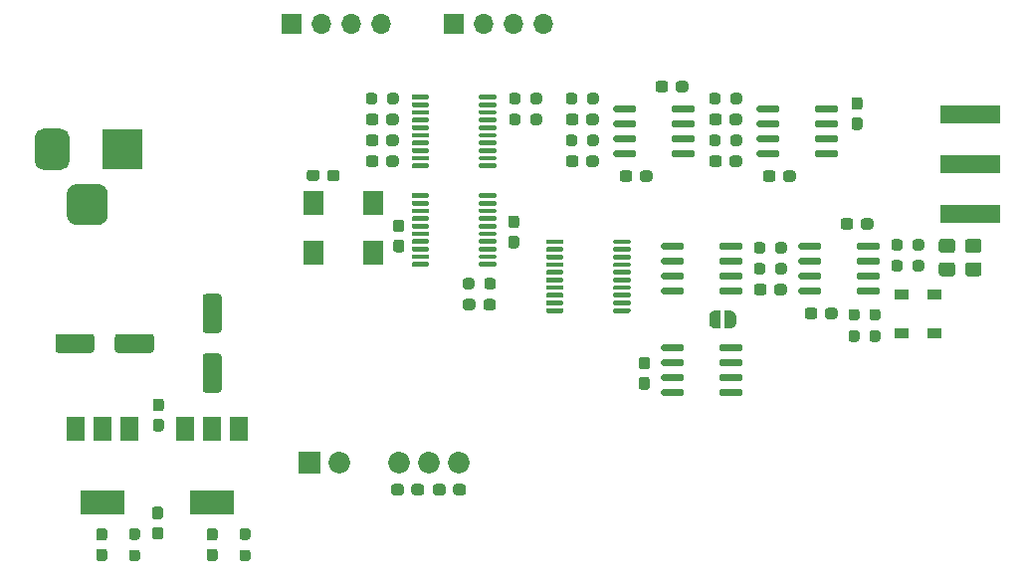
<source format=gts>
G04 #@! TF.GenerationSoftware,KiCad,Pcbnew,(5.1.9)-1*
G04 #@! TF.CreationDate,2022-01-14T23:32:11+03:00*
G04 #@! TF.ProjectId,HW,48572e6b-6963-4616-945f-706362585858,rev?*
G04 #@! TF.SameCoordinates,Original*
G04 #@! TF.FileFunction,Soldermask,Top*
G04 #@! TF.FilePolarity,Negative*
%FSLAX46Y46*%
G04 Gerber Fmt 4.6, Leading zero omitted, Abs format (unit mm)*
G04 Created by KiCad (PCBNEW (5.1.9)-1) date 2022-01-14 23:32:11*
%MOMM*%
%LPD*%
G01*
G04 APERTURE LIST*
%ADD10C,0.100000*%
%ADD11R,1.200000X0.900000*%
%ADD12R,1.500000X2.000000*%
%ADD13R,3.800000X2.000000*%
%ADD14R,1.800000X2.000000*%
%ADD15C,1.850000*%
%ADD16R,1.850000X1.850000*%
%ADD17O,1.700000X1.700000*%
%ADD18R,1.700000X1.700000*%
%ADD19R,3.500000X3.500000*%
%ADD20R,5.080000X1.500000*%
G04 APERTURE END LIST*
D10*
G36*
X166512000Y-88150602D02*
G01*
X166536534Y-88150602D01*
X166585365Y-88155412D01*
X166633490Y-88164984D01*
X166680445Y-88179228D01*
X166725778Y-88198005D01*
X166769051Y-88221136D01*
X166809850Y-88248396D01*
X166847779Y-88279524D01*
X166882476Y-88314221D01*
X166913604Y-88352150D01*
X166940864Y-88392949D01*
X166963995Y-88436222D01*
X166982772Y-88481555D01*
X166997016Y-88528510D01*
X167006588Y-88576635D01*
X167011398Y-88625466D01*
X167011398Y-88650000D01*
X167012000Y-88650000D01*
X167012000Y-89150000D01*
X167011398Y-89150000D01*
X167011398Y-89174534D01*
X167006588Y-89223365D01*
X166997016Y-89271490D01*
X166982772Y-89318445D01*
X166963995Y-89363778D01*
X166940864Y-89407051D01*
X166913604Y-89447850D01*
X166882476Y-89485779D01*
X166847779Y-89520476D01*
X166809850Y-89551604D01*
X166769051Y-89578864D01*
X166725778Y-89601995D01*
X166680445Y-89620772D01*
X166633490Y-89635016D01*
X166585365Y-89644588D01*
X166536534Y-89649398D01*
X166512000Y-89649398D01*
X166512000Y-89650000D01*
X166012000Y-89650000D01*
X166012000Y-88150000D01*
X166512000Y-88150000D01*
X166512000Y-88150602D01*
G37*
G36*
X165712000Y-89650000D02*
G01*
X165212000Y-89650000D01*
X165212000Y-89649398D01*
X165187466Y-89649398D01*
X165138635Y-89644588D01*
X165090510Y-89635016D01*
X165043555Y-89620772D01*
X164998222Y-89601995D01*
X164954949Y-89578864D01*
X164914150Y-89551604D01*
X164876221Y-89520476D01*
X164841524Y-89485779D01*
X164810396Y-89447850D01*
X164783136Y-89407051D01*
X164760005Y-89363778D01*
X164741228Y-89318445D01*
X164726984Y-89271490D01*
X164717412Y-89223365D01*
X164712602Y-89174534D01*
X164712602Y-89150000D01*
X164712000Y-89150000D01*
X164712000Y-88650000D01*
X164712602Y-88650000D01*
X164712602Y-88625466D01*
X164717412Y-88576635D01*
X164726984Y-88528510D01*
X164741228Y-88481555D01*
X164760005Y-88436222D01*
X164783136Y-88392949D01*
X164810396Y-88352150D01*
X164841524Y-88314221D01*
X164876221Y-88279524D01*
X164914150Y-88248396D01*
X164954949Y-88221136D01*
X164998222Y-88198005D01*
X165043555Y-88179228D01*
X165090510Y-88164984D01*
X165138635Y-88155412D01*
X165187466Y-88150602D01*
X165212000Y-88150602D01*
X165212000Y-88150000D01*
X165712000Y-88150000D01*
X165712000Y-89650000D01*
G37*
D11*
X181102000Y-90042000D03*
X181102000Y-86742000D03*
X183896000Y-86742000D03*
X183896000Y-90042000D03*
G36*
G01*
X165584000Y-91463000D02*
X165584000Y-91163000D01*
G75*
G02*
X165734000Y-91013000I150000J0D01*
G01*
X167384000Y-91013000D01*
G75*
G02*
X167534000Y-91163000I0J-150000D01*
G01*
X167534000Y-91463000D01*
G75*
G02*
X167384000Y-91613000I-150000J0D01*
G01*
X165734000Y-91613000D01*
G75*
G02*
X165584000Y-91463000I0J150000D01*
G01*
G37*
G36*
G01*
X165584000Y-92733000D02*
X165584000Y-92433000D01*
G75*
G02*
X165734000Y-92283000I150000J0D01*
G01*
X167384000Y-92283000D01*
G75*
G02*
X167534000Y-92433000I0J-150000D01*
G01*
X167534000Y-92733000D01*
G75*
G02*
X167384000Y-92883000I-150000J0D01*
G01*
X165734000Y-92883000D01*
G75*
G02*
X165584000Y-92733000I0J150000D01*
G01*
G37*
G36*
G01*
X165584000Y-94003000D02*
X165584000Y-93703000D01*
G75*
G02*
X165734000Y-93553000I150000J0D01*
G01*
X167384000Y-93553000D01*
G75*
G02*
X167534000Y-93703000I0J-150000D01*
G01*
X167534000Y-94003000D01*
G75*
G02*
X167384000Y-94153000I-150000J0D01*
G01*
X165734000Y-94153000D01*
G75*
G02*
X165584000Y-94003000I0J150000D01*
G01*
G37*
G36*
G01*
X165584000Y-95273000D02*
X165584000Y-94973000D01*
G75*
G02*
X165734000Y-94823000I150000J0D01*
G01*
X167384000Y-94823000D01*
G75*
G02*
X167534000Y-94973000I0J-150000D01*
G01*
X167534000Y-95273000D01*
G75*
G02*
X167384000Y-95423000I-150000J0D01*
G01*
X165734000Y-95423000D01*
G75*
G02*
X165584000Y-95273000I0J150000D01*
G01*
G37*
G36*
G01*
X160634000Y-95273000D02*
X160634000Y-94973000D01*
G75*
G02*
X160784000Y-94823000I150000J0D01*
G01*
X162434000Y-94823000D01*
G75*
G02*
X162584000Y-94973000I0J-150000D01*
G01*
X162584000Y-95273000D01*
G75*
G02*
X162434000Y-95423000I-150000J0D01*
G01*
X160784000Y-95423000D01*
G75*
G02*
X160634000Y-95273000I0J150000D01*
G01*
G37*
G36*
G01*
X160634000Y-94003000D02*
X160634000Y-93703000D01*
G75*
G02*
X160784000Y-93553000I150000J0D01*
G01*
X162434000Y-93553000D01*
G75*
G02*
X162584000Y-93703000I0J-150000D01*
G01*
X162584000Y-94003000D01*
G75*
G02*
X162434000Y-94153000I-150000J0D01*
G01*
X160784000Y-94153000D01*
G75*
G02*
X160634000Y-94003000I0J150000D01*
G01*
G37*
G36*
G01*
X160634000Y-92733000D02*
X160634000Y-92433000D01*
G75*
G02*
X160784000Y-92283000I150000J0D01*
G01*
X162434000Y-92283000D01*
G75*
G02*
X162584000Y-92433000I0J-150000D01*
G01*
X162584000Y-92733000D01*
G75*
G02*
X162434000Y-92883000I-150000J0D01*
G01*
X160784000Y-92883000D01*
G75*
G02*
X160634000Y-92733000I0J150000D01*
G01*
G37*
G36*
G01*
X160634000Y-91463000D02*
X160634000Y-91163000D01*
G75*
G02*
X160784000Y-91013000I150000J0D01*
G01*
X162434000Y-91013000D01*
G75*
G02*
X162584000Y-91163000I0J-150000D01*
G01*
X162584000Y-91463000D01*
G75*
G02*
X162434000Y-91613000I-150000J0D01*
G01*
X160784000Y-91613000D01*
G75*
G02*
X160634000Y-91463000I0J150000D01*
G01*
G37*
D12*
X124728000Y-98196000D03*
X120128000Y-98196000D03*
X122428000Y-98196000D03*
D13*
X122428000Y-104496000D03*
D12*
X115393500Y-98196000D03*
X110793500Y-98196000D03*
X113093500Y-98196000D03*
D13*
X113093500Y-104496000D03*
G36*
G01*
X156557000Y-82392000D02*
X156557000Y-82192000D01*
G75*
G02*
X156657000Y-82092000I100000J0D01*
G01*
X157932000Y-82092000D01*
G75*
G02*
X158032000Y-82192000I0J-100000D01*
G01*
X158032000Y-82392000D01*
G75*
G02*
X157932000Y-82492000I-100000J0D01*
G01*
X156657000Y-82492000D01*
G75*
G02*
X156557000Y-82392000I0J100000D01*
G01*
G37*
G36*
G01*
X156557000Y-83042000D02*
X156557000Y-82842000D01*
G75*
G02*
X156657000Y-82742000I100000J0D01*
G01*
X157932000Y-82742000D01*
G75*
G02*
X158032000Y-82842000I0J-100000D01*
G01*
X158032000Y-83042000D01*
G75*
G02*
X157932000Y-83142000I-100000J0D01*
G01*
X156657000Y-83142000D01*
G75*
G02*
X156557000Y-83042000I0J100000D01*
G01*
G37*
G36*
G01*
X156557000Y-83692000D02*
X156557000Y-83492000D01*
G75*
G02*
X156657000Y-83392000I100000J0D01*
G01*
X157932000Y-83392000D01*
G75*
G02*
X158032000Y-83492000I0J-100000D01*
G01*
X158032000Y-83692000D01*
G75*
G02*
X157932000Y-83792000I-100000J0D01*
G01*
X156657000Y-83792000D01*
G75*
G02*
X156557000Y-83692000I0J100000D01*
G01*
G37*
G36*
G01*
X156557000Y-84342000D02*
X156557000Y-84142000D01*
G75*
G02*
X156657000Y-84042000I100000J0D01*
G01*
X157932000Y-84042000D01*
G75*
G02*
X158032000Y-84142000I0J-100000D01*
G01*
X158032000Y-84342000D01*
G75*
G02*
X157932000Y-84442000I-100000J0D01*
G01*
X156657000Y-84442000D01*
G75*
G02*
X156557000Y-84342000I0J100000D01*
G01*
G37*
G36*
G01*
X156557000Y-84992000D02*
X156557000Y-84792000D01*
G75*
G02*
X156657000Y-84692000I100000J0D01*
G01*
X157932000Y-84692000D01*
G75*
G02*
X158032000Y-84792000I0J-100000D01*
G01*
X158032000Y-84992000D01*
G75*
G02*
X157932000Y-85092000I-100000J0D01*
G01*
X156657000Y-85092000D01*
G75*
G02*
X156557000Y-84992000I0J100000D01*
G01*
G37*
G36*
G01*
X156557000Y-85642000D02*
X156557000Y-85442000D01*
G75*
G02*
X156657000Y-85342000I100000J0D01*
G01*
X157932000Y-85342000D01*
G75*
G02*
X158032000Y-85442000I0J-100000D01*
G01*
X158032000Y-85642000D01*
G75*
G02*
X157932000Y-85742000I-100000J0D01*
G01*
X156657000Y-85742000D01*
G75*
G02*
X156557000Y-85642000I0J100000D01*
G01*
G37*
G36*
G01*
X156557000Y-86292000D02*
X156557000Y-86092000D01*
G75*
G02*
X156657000Y-85992000I100000J0D01*
G01*
X157932000Y-85992000D01*
G75*
G02*
X158032000Y-86092000I0J-100000D01*
G01*
X158032000Y-86292000D01*
G75*
G02*
X157932000Y-86392000I-100000J0D01*
G01*
X156657000Y-86392000D01*
G75*
G02*
X156557000Y-86292000I0J100000D01*
G01*
G37*
G36*
G01*
X156557000Y-86942000D02*
X156557000Y-86742000D01*
G75*
G02*
X156657000Y-86642000I100000J0D01*
G01*
X157932000Y-86642000D01*
G75*
G02*
X158032000Y-86742000I0J-100000D01*
G01*
X158032000Y-86942000D01*
G75*
G02*
X157932000Y-87042000I-100000J0D01*
G01*
X156657000Y-87042000D01*
G75*
G02*
X156557000Y-86942000I0J100000D01*
G01*
G37*
G36*
G01*
X156557000Y-87592000D02*
X156557000Y-87392000D01*
G75*
G02*
X156657000Y-87292000I100000J0D01*
G01*
X157932000Y-87292000D01*
G75*
G02*
X158032000Y-87392000I0J-100000D01*
G01*
X158032000Y-87592000D01*
G75*
G02*
X157932000Y-87692000I-100000J0D01*
G01*
X156657000Y-87692000D01*
G75*
G02*
X156557000Y-87592000I0J100000D01*
G01*
G37*
G36*
G01*
X156557000Y-88242000D02*
X156557000Y-88042000D01*
G75*
G02*
X156657000Y-87942000I100000J0D01*
G01*
X157932000Y-87942000D01*
G75*
G02*
X158032000Y-88042000I0J-100000D01*
G01*
X158032000Y-88242000D01*
G75*
G02*
X157932000Y-88342000I-100000J0D01*
G01*
X156657000Y-88342000D01*
G75*
G02*
X156557000Y-88242000I0J100000D01*
G01*
G37*
G36*
G01*
X150832000Y-88242000D02*
X150832000Y-88042000D01*
G75*
G02*
X150932000Y-87942000I100000J0D01*
G01*
X152207000Y-87942000D01*
G75*
G02*
X152307000Y-88042000I0J-100000D01*
G01*
X152307000Y-88242000D01*
G75*
G02*
X152207000Y-88342000I-100000J0D01*
G01*
X150932000Y-88342000D01*
G75*
G02*
X150832000Y-88242000I0J100000D01*
G01*
G37*
G36*
G01*
X150832000Y-87592000D02*
X150832000Y-87392000D01*
G75*
G02*
X150932000Y-87292000I100000J0D01*
G01*
X152207000Y-87292000D01*
G75*
G02*
X152307000Y-87392000I0J-100000D01*
G01*
X152307000Y-87592000D01*
G75*
G02*
X152207000Y-87692000I-100000J0D01*
G01*
X150932000Y-87692000D01*
G75*
G02*
X150832000Y-87592000I0J100000D01*
G01*
G37*
G36*
G01*
X150832000Y-86942000D02*
X150832000Y-86742000D01*
G75*
G02*
X150932000Y-86642000I100000J0D01*
G01*
X152207000Y-86642000D01*
G75*
G02*
X152307000Y-86742000I0J-100000D01*
G01*
X152307000Y-86942000D01*
G75*
G02*
X152207000Y-87042000I-100000J0D01*
G01*
X150932000Y-87042000D01*
G75*
G02*
X150832000Y-86942000I0J100000D01*
G01*
G37*
G36*
G01*
X150832000Y-86292000D02*
X150832000Y-86092000D01*
G75*
G02*
X150932000Y-85992000I100000J0D01*
G01*
X152207000Y-85992000D01*
G75*
G02*
X152307000Y-86092000I0J-100000D01*
G01*
X152307000Y-86292000D01*
G75*
G02*
X152207000Y-86392000I-100000J0D01*
G01*
X150932000Y-86392000D01*
G75*
G02*
X150832000Y-86292000I0J100000D01*
G01*
G37*
G36*
G01*
X150832000Y-85642000D02*
X150832000Y-85442000D01*
G75*
G02*
X150932000Y-85342000I100000J0D01*
G01*
X152207000Y-85342000D01*
G75*
G02*
X152307000Y-85442000I0J-100000D01*
G01*
X152307000Y-85642000D01*
G75*
G02*
X152207000Y-85742000I-100000J0D01*
G01*
X150932000Y-85742000D01*
G75*
G02*
X150832000Y-85642000I0J100000D01*
G01*
G37*
G36*
G01*
X150832000Y-84992000D02*
X150832000Y-84792000D01*
G75*
G02*
X150932000Y-84692000I100000J0D01*
G01*
X152207000Y-84692000D01*
G75*
G02*
X152307000Y-84792000I0J-100000D01*
G01*
X152307000Y-84992000D01*
G75*
G02*
X152207000Y-85092000I-100000J0D01*
G01*
X150932000Y-85092000D01*
G75*
G02*
X150832000Y-84992000I0J100000D01*
G01*
G37*
G36*
G01*
X150832000Y-84342000D02*
X150832000Y-84142000D01*
G75*
G02*
X150932000Y-84042000I100000J0D01*
G01*
X152207000Y-84042000D01*
G75*
G02*
X152307000Y-84142000I0J-100000D01*
G01*
X152307000Y-84342000D01*
G75*
G02*
X152207000Y-84442000I-100000J0D01*
G01*
X150932000Y-84442000D01*
G75*
G02*
X150832000Y-84342000I0J100000D01*
G01*
G37*
G36*
G01*
X150832000Y-83692000D02*
X150832000Y-83492000D01*
G75*
G02*
X150932000Y-83392000I100000J0D01*
G01*
X152207000Y-83392000D01*
G75*
G02*
X152307000Y-83492000I0J-100000D01*
G01*
X152307000Y-83692000D01*
G75*
G02*
X152207000Y-83792000I-100000J0D01*
G01*
X150932000Y-83792000D01*
G75*
G02*
X150832000Y-83692000I0J100000D01*
G01*
G37*
G36*
G01*
X150832000Y-83042000D02*
X150832000Y-82842000D01*
G75*
G02*
X150932000Y-82742000I100000J0D01*
G01*
X152207000Y-82742000D01*
G75*
G02*
X152307000Y-82842000I0J-100000D01*
G01*
X152307000Y-83042000D01*
G75*
G02*
X152207000Y-83142000I-100000J0D01*
G01*
X150932000Y-83142000D01*
G75*
G02*
X150832000Y-83042000I0J100000D01*
G01*
G37*
G36*
G01*
X150832000Y-82392000D02*
X150832000Y-82192000D01*
G75*
G02*
X150932000Y-82092000I100000J0D01*
G01*
X152207000Y-82092000D01*
G75*
G02*
X152307000Y-82192000I0J-100000D01*
G01*
X152307000Y-82392000D01*
G75*
G02*
X152207000Y-82492000I-100000J0D01*
G01*
X150932000Y-82492000D01*
G75*
G02*
X150832000Y-82392000I0J100000D01*
G01*
G37*
G36*
G01*
X145127000Y-78455000D02*
X145127000Y-78255000D01*
G75*
G02*
X145227000Y-78155000I100000J0D01*
G01*
X146502000Y-78155000D01*
G75*
G02*
X146602000Y-78255000I0J-100000D01*
G01*
X146602000Y-78455000D01*
G75*
G02*
X146502000Y-78555000I-100000J0D01*
G01*
X145227000Y-78555000D01*
G75*
G02*
X145127000Y-78455000I0J100000D01*
G01*
G37*
G36*
G01*
X145127000Y-79105000D02*
X145127000Y-78905000D01*
G75*
G02*
X145227000Y-78805000I100000J0D01*
G01*
X146502000Y-78805000D01*
G75*
G02*
X146602000Y-78905000I0J-100000D01*
G01*
X146602000Y-79105000D01*
G75*
G02*
X146502000Y-79205000I-100000J0D01*
G01*
X145227000Y-79205000D01*
G75*
G02*
X145127000Y-79105000I0J100000D01*
G01*
G37*
G36*
G01*
X145127000Y-79755000D02*
X145127000Y-79555000D01*
G75*
G02*
X145227000Y-79455000I100000J0D01*
G01*
X146502000Y-79455000D01*
G75*
G02*
X146602000Y-79555000I0J-100000D01*
G01*
X146602000Y-79755000D01*
G75*
G02*
X146502000Y-79855000I-100000J0D01*
G01*
X145227000Y-79855000D01*
G75*
G02*
X145127000Y-79755000I0J100000D01*
G01*
G37*
G36*
G01*
X145127000Y-80405000D02*
X145127000Y-80205000D01*
G75*
G02*
X145227000Y-80105000I100000J0D01*
G01*
X146502000Y-80105000D01*
G75*
G02*
X146602000Y-80205000I0J-100000D01*
G01*
X146602000Y-80405000D01*
G75*
G02*
X146502000Y-80505000I-100000J0D01*
G01*
X145227000Y-80505000D01*
G75*
G02*
X145127000Y-80405000I0J100000D01*
G01*
G37*
G36*
G01*
X145127000Y-81055000D02*
X145127000Y-80855000D01*
G75*
G02*
X145227000Y-80755000I100000J0D01*
G01*
X146502000Y-80755000D01*
G75*
G02*
X146602000Y-80855000I0J-100000D01*
G01*
X146602000Y-81055000D01*
G75*
G02*
X146502000Y-81155000I-100000J0D01*
G01*
X145227000Y-81155000D01*
G75*
G02*
X145127000Y-81055000I0J100000D01*
G01*
G37*
G36*
G01*
X145127000Y-81705000D02*
X145127000Y-81505000D01*
G75*
G02*
X145227000Y-81405000I100000J0D01*
G01*
X146502000Y-81405000D01*
G75*
G02*
X146602000Y-81505000I0J-100000D01*
G01*
X146602000Y-81705000D01*
G75*
G02*
X146502000Y-81805000I-100000J0D01*
G01*
X145227000Y-81805000D01*
G75*
G02*
X145127000Y-81705000I0J100000D01*
G01*
G37*
G36*
G01*
X145127000Y-82355000D02*
X145127000Y-82155000D01*
G75*
G02*
X145227000Y-82055000I100000J0D01*
G01*
X146502000Y-82055000D01*
G75*
G02*
X146602000Y-82155000I0J-100000D01*
G01*
X146602000Y-82355000D01*
G75*
G02*
X146502000Y-82455000I-100000J0D01*
G01*
X145227000Y-82455000D01*
G75*
G02*
X145127000Y-82355000I0J100000D01*
G01*
G37*
G36*
G01*
X145127000Y-83005000D02*
X145127000Y-82805000D01*
G75*
G02*
X145227000Y-82705000I100000J0D01*
G01*
X146502000Y-82705000D01*
G75*
G02*
X146602000Y-82805000I0J-100000D01*
G01*
X146602000Y-83005000D01*
G75*
G02*
X146502000Y-83105000I-100000J0D01*
G01*
X145227000Y-83105000D01*
G75*
G02*
X145127000Y-83005000I0J100000D01*
G01*
G37*
G36*
G01*
X145127000Y-83655000D02*
X145127000Y-83455000D01*
G75*
G02*
X145227000Y-83355000I100000J0D01*
G01*
X146502000Y-83355000D01*
G75*
G02*
X146602000Y-83455000I0J-100000D01*
G01*
X146602000Y-83655000D01*
G75*
G02*
X146502000Y-83755000I-100000J0D01*
G01*
X145227000Y-83755000D01*
G75*
G02*
X145127000Y-83655000I0J100000D01*
G01*
G37*
G36*
G01*
X145127000Y-84305000D02*
X145127000Y-84105000D01*
G75*
G02*
X145227000Y-84005000I100000J0D01*
G01*
X146502000Y-84005000D01*
G75*
G02*
X146602000Y-84105000I0J-100000D01*
G01*
X146602000Y-84305000D01*
G75*
G02*
X146502000Y-84405000I-100000J0D01*
G01*
X145227000Y-84405000D01*
G75*
G02*
X145127000Y-84305000I0J100000D01*
G01*
G37*
G36*
G01*
X139402000Y-84305000D02*
X139402000Y-84105000D01*
G75*
G02*
X139502000Y-84005000I100000J0D01*
G01*
X140777000Y-84005000D01*
G75*
G02*
X140877000Y-84105000I0J-100000D01*
G01*
X140877000Y-84305000D01*
G75*
G02*
X140777000Y-84405000I-100000J0D01*
G01*
X139502000Y-84405000D01*
G75*
G02*
X139402000Y-84305000I0J100000D01*
G01*
G37*
G36*
G01*
X139402000Y-83655000D02*
X139402000Y-83455000D01*
G75*
G02*
X139502000Y-83355000I100000J0D01*
G01*
X140777000Y-83355000D01*
G75*
G02*
X140877000Y-83455000I0J-100000D01*
G01*
X140877000Y-83655000D01*
G75*
G02*
X140777000Y-83755000I-100000J0D01*
G01*
X139502000Y-83755000D01*
G75*
G02*
X139402000Y-83655000I0J100000D01*
G01*
G37*
G36*
G01*
X139402000Y-83005000D02*
X139402000Y-82805000D01*
G75*
G02*
X139502000Y-82705000I100000J0D01*
G01*
X140777000Y-82705000D01*
G75*
G02*
X140877000Y-82805000I0J-100000D01*
G01*
X140877000Y-83005000D01*
G75*
G02*
X140777000Y-83105000I-100000J0D01*
G01*
X139502000Y-83105000D01*
G75*
G02*
X139402000Y-83005000I0J100000D01*
G01*
G37*
G36*
G01*
X139402000Y-82355000D02*
X139402000Y-82155000D01*
G75*
G02*
X139502000Y-82055000I100000J0D01*
G01*
X140777000Y-82055000D01*
G75*
G02*
X140877000Y-82155000I0J-100000D01*
G01*
X140877000Y-82355000D01*
G75*
G02*
X140777000Y-82455000I-100000J0D01*
G01*
X139502000Y-82455000D01*
G75*
G02*
X139402000Y-82355000I0J100000D01*
G01*
G37*
G36*
G01*
X139402000Y-81705000D02*
X139402000Y-81505000D01*
G75*
G02*
X139502000Y-81405000I100000J0D01*
G01*
X140777000Y-81405000D01*
G75*
G02*
X140877000Y-81505000I0J-100000D01*
G01*
X140877000Y-81705000D01*
G75*
G02*
X140777000Y-81805000I-100000J0D01*
G01*
X139502000Y-81805000D01*
G75*
G02*
X139402000Y-81705000I0J100000D01*
G01*
G37*
G36*
G01*
X139402000Y-81055000D02*
X139402000Y-80855000D01*
G75*
G02*
X139502000Y-80755000I100000J0D01*
G01*
X140777000Y-80755000D01*
G75*
G02*
X140877000Y-80855000I0J-100000D01*
G01*
X140877000Y-81055000D01*
G75*
G02*
X140777000Y-81155000I-100000J0D01*
G01*
X139502000Y-81155000D01*
G75*
G02*
X139402000Y-81055000I0J100000D01*
G01*
G37*
G36*
G01*
X139402000Y-80405000D02*
X139402000Y-80205000D01*
G75*
G02*
X139502000Y-80105000I100000J0D01*
G01*
X140777000Y-80105000D01*
G75*
G02*
X140877000Y-80205000I0J-100000D01*
G01*
X140877000Y-80405000D01*
G75*
G02*
X140777000Y-80505000I-100000J0D01*
G01*
X139502000Y-80505000D01*
G75*
G02*
X139402000Y-80405000I0J100000D01*
G01*
G37*
G36*
G01*
X139402000Y-79755000D02*
X139402000Y-79555000D01*
G75*
G02*
X139502000Y-79455000I100000J0D01*
G01*
X140777000Y-79455000D01*
G75*
G02*
X140877000Y-79555000I0J-100000D01*
G01*
X140877000Y-79755000D01*
G75*
G02*
X140777000Y-79855000I-100000J0D01*
G01*
X139502000Y-79855000D01*
G75*
G02*
X139402000Y-79755000I0J100000D01*
G01*
G37*
G36*
G01*
X139402000Y-79105000D02*
X139402000Y-78905000D01*
G75*
G02*
X139502000Y-78805000I100000J0D01*
G01*
X140777000Y-78805000D01*
G75*
G02*
X140877000Y-78905000I0J-100000D01*
G01*
X140877000Y-79105000D01*
G75*
G02*
X140777000Y-79205000I-100000J0D01*
G01*
X139502000Y-79205000D01*
G75*
G02*
X139402000Y-79105000I0J100000D01*
G01*
G37*
G36*
G01*
X139402000Y-78455000D02*
X139402000Y-78255000D01*
G75*
G02*
X139502000Y-78155000I100000J0D01*
G01*
X140777000Y-78155000D01*
G75*
G02*
X140877000Y-78255000I0J-100000D01*
G01*
X140877000Y-78455000D01*
G75*
G02*
X140777000Y-78555000I-100000J0D01*
G01*
X139502000Y-78555000D01*
G75*
G02*
X139402000Y-78455000I0J100000D01*
G01*
G37*
G36*
G01*
X162584000Y-86337000D02*
X162584000Y-86637000D01*
G75*
G02*
X162434000Y-86787000I-150000J0D01*
G01*
X160784000Y-86787000D01*
G75*
G02*
X160634000Y-86637000I0J150000D01*
G01*
X160634000Y-86337000D01*
G75*
G02*
X160784000Y-86187000I150000J0D01*
G01*
X162434000Y-86187000D01*
G75*
G02*
X162584000Y-86337000I0J-150000D01*
G01*
G37*
G36*
G01*
X162584000Y-85067000D02*
X162584000Y-85367000D01*
G75*
G02*
X162434000Y-85517000I-150000J0D01*
G01*
X160784000Y-85517000D01*
G75*
G02*
X160634000Y-85367000I0J150000D01*
G01*
X160634000Y-85067000D01*
G75*
G02*
X160784000Y-84917000I150000J0D01*
G01*
X162434000Y-84917000D01*
G75*
G02*
X162584000Y-85067000I0J-150000D01*
G01*
G37*
G36*
G01*
X162584000Y-83797000D02*
X162584000Y-84097000D01*
G75*
G02*
X162434000Y-84247000I-150000J0D01*
G01*
X160784000Y-84247000D01*
G75*
G02*
X160634000Y-84097000I0J150000D01*
G01*
X160634000Y-83797000D01*
G75*
G02*
X160784000Y-83647000I150000J0D01*
G01*
X162434000Y-83647000D01*
G75*
G02*
X162584000Y-83797000I0J-150000D01*
G01*
G37*
G36*
G01*
X162584000Y-82527000D02*
X162584000Y-82827000D01*
G75*
G02*
X162434000Y-82977000I-150000J0D01*
G01*
X160784000Y-82977000D01*
G75*
G02*
X160634000Y-82827000I0J150000D01*
G01*
X160634000Y-82527000D01*
G75*
G02*
X160784000Y-82377000I150000J0D01*
G01*
X162434000Y-82377000D01*
G75*
G02*
X162584000Y-82527000I0J-150000D01*
G01*
G37*
G36*
G01*
X167534000Y-82527000D02*
X167534000Y-82827000D01*
G75*
G02*
X167384000Y-82977000I-150000J0D01*
G01*
X165734000Y-82977000D01*
G75*
G02*
X165584000Y-82827000I0J150000D01*
G01*
X165584000Y-82527000D01*
G75*
G02*
X165734000Y-82377000I150000J0D01*
G01*
X167384000Y-82377000D01*
G75*
G02*
X167534000Y-82527000I0J-150000D01*
G01*
G37*
G36*
G01*
X167534000Y-83797000D02*
X167534000Y-84097000D01*
G75*
G02*
X167384000Y-84247000I-150000J0D01*
G01*
X165734000Y-84247000D01*
G75*
G02*
X165584000Y-84097000I0J150000D01*
G01*
X165584000Y-83797000D01*
G75*
G02*
X165734000Y-83647000I150000J0D01*
G01*
X167384000Y-83647000D01*
G75*
G02*
X167534000Y-83797000I0J-150000D01*
G01*
G37*
G36*
G01*
X167534000Y-85067000D02*
X167534000Y-85367000D01*
G75*
G02*
X167384000Y-85517000I-150000J0D01*
G01*
X165734000Y-85517000D01*
G75*
G02*
X165584000Y-85367000I0J150000D01*
G01*
X165584000Y-85067000D01*
G75*
G02*
X165734000Y-84917000I150000J0D01*
G01*
X167384000Y-84917000D01*
G75*
G02*
X167534000Y-85067000I0J-150000D01*
G01*
G37*
G36*
G01*
X167534000Y-86337000D02*
X167534000Y-86637000D01*
G75*
G02*
X167384000Y-86787000I-150000J0D01*
G01*
X165734000Y-86787000D01*
G75*
G02*
X165584000Y-86637000I0J150000D01*
G01*
X165584000Y-86337000D01*
G75*
G02*
X165734000Y-86187000I150000J0D01*
G01*
X167384000Y-86187000D01*
G75*
G02*
X167534000Y-86337000I0J-150000D01*
G01*
G37*
G36*
G01*
X174268000Y-86337000D02*
X174268000Y-86637000D01*
G75*
G02*
X174118000Y-86787000I-150000J0D01*
G01*
X172468000Y-86787000D01*
G75*
G02*
X172318000Y-86637000I0J150000D01*
G01*
X172318000Y-86337000D01*
G75*
G02*
X172468000Y-86187000I150000J0D01*
G01*
X174118000Y-86187000D01*
G75*
G02*
X174268000Y-86337000I0J-150000D01*
G01*
G37*
G36*
G01*
X174268000Y-85067000D02*
X174268000Y-85367000D01*
G75*
G02*
X174118000Y-85517000I-150000J0D01*
G01*
X172468000Y-85517000D01*
G75*
G02*
X172318000Y-85367000I0J150000D01*
G01*
X172318000Y-85067000D01*
G75*
G02*
X172468000Y-84917000I150000J0D01*
G01*
X174118000Y-84917000D01*
G75*
G02*
X174268000Y-85067000I0J-150000D01*
G01*
G37*
G36*
G01*
X174268000Y-83797000D02*
X174268000Y-84097000D01*
G75*
G02*
X174118000Y-84247000I-150000J0D01*
G01*
X172468000Y-84247000D01*
G75*
G02*
X172318000Y-84097000I0J150000D01*
G01*
X172318000Y-83797000D01*
G75*
G02*
X172468000Y-83647000I150000J0D01*
G01*
X174118000Y-83647000D01*
G75*
G02*
X174268000Y-83797000I0J-150000D01*
G01*
G37*
G36*
G01*
X174268000Y-82527000D02*
X174268000Y-82827000D01*
G75*
G02*
X174118000Y-82977000I-150000J0D01*
G01*
X172468000Y-82977000D01*
G75*
G02*
X172318000Y-82827000I0J150000D01*
G01*
X172318000Y-82527000D01*
G75*
G02*
X172468000Y-82377000I150000J0D01*
G01*
X174118000Y-82377000D01*
G75*
G02*
X174268000Y-82527000I0J-150000D01*
G01*
G37*
G36*
G01*
X179218000Y-82527000D02*
X179218000Y-82827000D01*
G75*
G02*
X179068000Y-82977000I-150000J0D01*
G01*
X177418000Y-82977000D01*
G75*
G02*
X177268000Y-82827000I0J150000D01*
G01*
X177268000Y-82527000D01*
G75*
G02*
X177418000Y-82377000I150000J0D01*
G01*
X179068000Y-82377000D01*
G75*
G02*
X179218000Y-82527000I0J-150000D01*
G01*
G37*
G36*
G01*
X179218000Y-83797000D02*
X179218000Y-84097000D01*
G75*
G02*
X179068000Y-84247000I-150000J0D01*
G01*
X177418000Y-84247000D01*
G75*
G02*
X177268000Y-84097000I0J150000D01*
G01*
X177268000Y-83797000D01*
G75*
G02*
X177418000Y-83647000I150000J0D01*
G01*
X179068000Y-83647000D01*
G75*
G02*
X179218000Y-83797000I0J-150000D01*
G01*
G37*
G36*
G01*
X179218000Y-85067000D02*
X179218000Y-85367000D01*
G75*
G02*
X179068000Y-85517000I-150000J0D01*
G01*
X177418000Y-85517000D01*
G75*
G02*
X177268000Y-85367000I0J150000D01*
G01*
X177268000Y-85067000D01*
G75*
G02*
X177418000Y-84917000I150000J0D01*
G01*
X179068000Y-84917000D01*
G75*
G02*
X179218000Y-85067000I0J-150000D01*
G01*
G37*
G36*
G01*
X179218000Y-86337000D02*
X179218000Y-86637000D01*
G75*
G02*
X179068000Y-86787000I-150000J0D01*
G01*
X177418000Y-86787000D01*
G75*
G02*
X177268000Y-86637000I0J150000D01*
G01*
X177268000Y-86337000D01*
G75*
G02*
X177418000Y-86187000I150000J0D01*
G01*
X179068000Y-86187000D01*
G75*
G02*
X179218000Y-86337000I0J-150000D01*
G01*
G37*
G36*
G01*
X173712000Y-71143000D02*
X173712000Y-70843000D01*
G75*
G02*
X173862000Y-70693000I150000J0D01*
G01*
X175512000Y-70693000D01*
G75*
G02*
X175662000Y-70843000I0J-150000D01*
G01*
X175662000Y-71143000D01*
G75*
G02*
X175512000Y-71293000I-150000J0D01*
G01*
X173862000Y-71293000D01*
G75*
G02*
X173712000Y-71143000I0J150000D01*
G01*
G37*
G36*
G01*
X173712000Y-72413000D02*
X173712000Y-72113000D01*
G75*
G02*
X173862000Y-71963000I150000J0D01*
G01*
X175512000Y-71963000D01*
G75*
G02*
X175662000Y-72113000I0J-150000D01*
G01*
X175662000Y-72413000D01*
G75*
G02*
X175512000Y-72563000I-150000J0D01*
G01*
X173862000Y-72563000D01*
G75*
G02*
X173712000Y-72413000I0J150000D01*
G01*
G37*
G36*
G01*
X173712000Y-73683000D02*
X173712000Y-73383000D01*
G75*
G02*
X173862000Y-73233000I150000J0D01*
G01*
X175512000Y-73233000D01*
G75*
G02*
X175662000Y-73383000I0J-150000D01*
G01*
X175662000Y-73683000D01*
G75*
G02*
X175512000Y-73833000I-150000J0D01*
G01*
X173862000Y-73833000D01*
G75*
G02*
X173712000Y-73683000I0J150000D01*
G01*
G37*
G36*
G01*
X173712000Y-74953000D02*
X173712000Y-74653000D01*
G75*
G02*
X173862000Y-74503000I150000J0D01*
G01*
X175512000Y-74503000D01*
G75*
G02*
X175662000Y-74653000I0J-150000D01*
G01*
X175662000Y-74953000D01*
G75*
G02*
X175512000Y-75103000I-150000J0D01*
G01*
X173862000Y-75103000D01*
G75*
G02*
X173712000Y-74953000I0J150000D01*
G01*
G37*
G36*
G01*
X168762000Y-74953000D02*
X168762000Y-74653000D01*
G75*
G02*
X168912000Y-74503000I150000J0D01*
G01*
X170562000Y-74503000D01*
G75*
G02*
X170712000Y-74653000I0J-150000D01*
G01*
X170712000Y-74953000D01*
G75*
G02*
X170562000Y-75103000I-150000J0D01*
G01*
X168912000Y-75103000D01*
G75*
G02*
X168762000Y-74953000I0J150000D01*
G01*
G37*
G36*
G01*
X168762000Y-73683000D02*
X168762000Y-73383000D01*
G75*
G02*
X168912000Y-73233000I150000J0D01*
G01*
X170562000Y-73233000D01*
G75*
G02*
X170712000Y-73383000I0J-150000D01*
G01*
X170712000Y-73683000D01*
G75*
G02*
X170562000Y-73833000I-150000J0D01*
G01*
X168912000Y-73833000D01*
G75*
G02*
X168762000Y-73683000I0J150000D01*
G01*
G37*
G36*
G01*
X168762000Y-72413000D02*
X168762000Y-72113000D01*
G75*
G02*
X168912000Y-71963000I150000J0D01*
G01*
X170562000Y-71963000D01*
G75*
G02*
X170712000Y-72113000I0J-150000D01*
G01*
X170712000Y-72413000D01*
G75*
G02*
X170562000Y-72563000I-150000J0D01*
G01*
X168912000Y-72563000D01*
G75*
G02*
X168762000Y-72413000I0J150000D01*
G01*
G37*
G36*
G01*
X168762000Y-71143000D02*
X168762000Y-70843000D01*
G75*
G02*
X168912000Y-70693000I150000J0D01*
G01*
X170562000Y-70693000D01*
G75*
G02*
X170712000Y-70843000I0J-150000D01*
G01*
X170712000Y-71143000D01*
G75*
G02*
X170562000Y-71293000I-150000J0D01*
G01*
X168912000Y-71293000D01*
G75*
G02*
X168762000Y-71143000I0J150000D01*
G01*
G37*
G36*
G01*
X161520000Y-71143000D02*
X161520000Y-70843000D01*
G75*
G02*
X161670000Y-70693000I150000J0D01*
G01*
X163320000Y-70693000D01*
G75*
G02*
X163470000Y-70843000I0J-150000D01*
G01*
X163470000Y-71143000D01*
G75*
G02*
X163320000Y-71293000I-150000J0D01*
G01*
X161670000Y-71293000D01*
G75*
G02*
X161520000Y-71143000I0J150000D01*
G01*
G37*
G36*
G01*
X161520000Y-72413000D02*
X161520000Y-72113000D01*
G75*
G02*
X161670000Y-71963000I150000J0D01*
G01*
X163320000Y-71963000D01*
G75*
G02*
X163470000Y-72113000I0J-150000D01*
G01*
X163470000Y-72413000D01*
G75*
G02*
X163320000Y-72563000I-150000J0D01*
G01*
X161670000Y-72563000D01*
G75*
G02*
X161520000Y-72413000I0J150000D01*
G01*
G37*
G36*
G01*
X161520000Y-73683000D02*
X161520000Y-73383000D01*
G75*
G02*
X161670000Y-73233000I150000J0D01*
G01*
X163320000Y-73233000D01*
G75*
G02*
X163470000Y-73383000I0J-150000D01*
G01*
X163470000Y-73683000D01*
G75*
G02*
X163320000Y-73833000I-150000J0D01*
G01*
X161670000Y-73833000D01*
G75*
G02*
X161520000Y-73683000I0J150000D01*
G01*
G37*
G36*
G01*
X161520000Y-74953000D02*
X161520000Y-74653000D01*
G75*
G02*
X161670000Y-74503000I150000J0D01*
G01*
X163320000Y-74503000D01*
G75*
G02*
X163470000Y-74653000I0J-150000D01*
G01*
X163470000Y-74953000D01*
G75*
G02*
X163320000Y-75103000I-150000J0D01*
G01*
X161670000Y-75103000D01*
G75*
G02*
X161520000Y-74953000I0J150000D01*
G01*
G37*
G36*
G01*
X156570000Y-74953000D02*
X156570000Y-74653000D01*
G75*
G02*
X156720000Y-74503000I150000J0D01*
G01*
X158370000Y-74503000D01*
G75*
G02*
X158520000Y-74653000I0J-150000D01*
G01*
X158520000Y-74953000D01*
G75*
G02*
X158370000Y-75103000I-150000J0D01*
G01*
X156720000Y-75103000D01*
G75*
G02*
X156570000Y-74953000I0J150000D01*
G01*
G37*
G36*
G01*
X156570000Y-73683000D02*
X156570000Y-73383000D01*
G75*
G02*
X156720000Y-73233000I150000J0D01*
G01*
X158370000Y-73233000D01*
G75*
G02*
X158520000Y-73383000I0J-150000D01*
G01*
X158520000Y-73683000D01*
G75*
G02*
X158370000Y-73833000I-150000J0D01*
G01*
X156720000Y-73833000D01*
G75*
G02*
X156570000Y-73683000I0J150000D01*
G01*
G37*
G36*
G01*
X156570000Y-72413000D02*
X156570000Y-72113000D01*
G75*
G02*
X156720000Y-71963000I150000J0D01*
G01*
X158370000Y-71963000D01*
G75*
G02*
X158520000Y-72113000I0J-150000D01*
G01*
X158520000Y-72413000D01*
G75*
G02*
X158370000Y-72563000I-150000J0D01*
G01*
X156720000Y-72563000D01*
G75*
G02*
X156570000Y-72413000I0J150000D01*
G01*
G37*
G36*
G01*
X156570000Y-71143000D02*
X156570000Y-70843000D01*
G75*
G02*
X156720000Y-70693000I150000J0D01*
G01*
X158370000Y-70693000D01*
G75*
G02*
X158520000Y-70843000I0J-150000D01*
G01*
X158520000Y-71143000D01*
G75*
G02*
X158370000Y-71293000I-150000J0D01*
G01*
X156720000Y-71293000D01*
G75*
G02*
X156570000Y-71143000I0J150000D01*
G01*
G37*
D14*
X131064000Y-78989500D03*
X136144000Y-78989500D03*
X136144000Y-83189500D03*
X131064000Y-83189500D03*
G36*
G01*
X145127000Y-70073000D02*
X145127000Y-69873000D01*
G75*
G02*
X145227000Y-69773000I100000J0D01*
G01*
X146502000Y-69773000D01*
G75*
G02*
X146602000Y-69873000I0J-100000D01*
G01*
X146602000Y-70073000D01*
G75*
G02*
X146502000Y-70173000I-100000J0D01*
G01*
X145227000Y-70173000D01*
G75*
G02*
X145127000Y-70073000I0J100000D01*
G01*
G37*
G36*
G01*
X145127000Y-70723000D02*
X145127000Y-70523000D01*
G75*
G02*
X145227000Y-70423000I100000J0D01*
G01*
X146502000Y-70423000D01*
G75*
G02*
X146602000Y-70523000I0J-100000D01*
G01*
X146602000Y-70723000D01*
G75*
G02*
X146502000Y-70823000I-100000J0D01*
G01*
X145227000Y-70823000D01*
G75*
G02*
X145127000Y-70723000I0J100000D01*
G01*
G37*
G36*
G01*
X145127000Y-71373000D02*
X145127000Y-71173000D01*
G75*
G02*
X145227000Y-71073000I100000J0D01*
G01*
X146502000Y-71073000D01*
G75*
G02*
X146602000Y-71173000I0J-100000D01*
G01*
X146602000Y-71373000D01*
G75*
G02*
X146502000Y-71473000I-100000J0D01*
G01*
X145227000Y-71473000D01*
G75*
G02*
X145127000Y-71373000I0J100000D01*
G01*
G37*
G36*
G01*
X145127000Y-72023000D02*
X145127000Y-71823000D01*
G75*
G02*
X145227000Y-71723000I100000J0D01*
G01*
X146502000Y-71723000D01*
G75*
G02*
X146602000Y-71823000I0J-100000D01*
G01*
X146602000Y-72023000D01*
G75*
G02*
X146502000Y-72123000I-100000J0D01*
G01*
X145227000Y-72123000D01*
G75*
G02*
X145127000Y-72023000I0J100000D01*
G01*
G37*
G36*
G01*
X145127000Y-72673000D02*
X145127000Y-72473000D01*
G75*
G02*
X145227000Y-72373000I100000J0D01*
G01*
X146502000Y-72373000D01*
G75*
G02*
X146602000Y-72473000I0J-100000D01*
G01*
X146602000Y-72673000D01*
G75*
G02*
X146502000Y-72773000I-100000J0D01*
G01*
X145227000Y-72773000D01*
G75*
G02*
X145127000Y-72673000I0J100000D01*
G01*
G37*
G36*
G01*
X145127000Y-73323000D02*
X145127000Y-73123000D01*
G75*
G02*
X145227000Y-73023000I100000J0D01*
G01*
X146502000Y-73023000D01*
G75*
G02*
X146602000Y-73123000I0J-100000D01*
G01*
X146602000Y-73323000D01*
G75*
G02*
X146502000Y-73423000I-100000J0D01*
G01*
X145227000Y-73423000D01*
G75*
G02*
X145127000Y-73323000I0J100000D01*
G01*
G37*
G36*
G01*
X145127000Y-73973000D02*
X145127000Y-73773000D01*
G75*
G02*
X145227000Y-73673000I100000J0D01*
G01*
X146502000Y-73673000D01*
G75*
G02*
X146602000Y-73773000I0J-100000D01*
G01*
X146602000Y-73973000D01*
G75*
G02*
X146502000Y-74073000I-100000J0D01*
G01*
X145227000Y-74073000D01*
G75*
G02*
X145127000Y-73973000I0J100000D01*
G01*
G37*
G36*
G01*
X145127000Y-74623000D02*
X145127000Y-74423000D01*
G75*
G02*
X145227000Y-74323000I100000J0D01*
G01*
X146502000Y-74323000D01*
G75*
G02*
X146602000Y-74423000I0J-100000D01*
G01*
X146602000Y-74623000D01*
G75*
G02*
X146502000Y-74723000I-100000J0D01*
G01*
X145227000Y-74723000D01*
G75*
G02*
X145127000Y-74623000I0J100000D01*
G01*
G37*
G36*
G01*
X145127000Y-75273000D02*
X145127000Y-75073000D01*
G75*
G02*
X145227000Y-74973000I100000J0D01*
G01*
X146502000Y-74973000D01*
G75*
G02*
X146602000Y-75073000I0J-100000D01*
G01*
X146602000Y-75273000D01*
G75*
G02*
X146502000Y-75373000I-100000J0D01*
G01*
X145227000Y-75373000D01*
G75*
G02*
X145127000Y-75273000I0J100000D01*
G01*
G37*
G36*
G01*
X145127000Y-75923000D02*
X145127000Y-75723000D01*
G75*
G02*
X145227000Y-75623000I100000J0D01*
G01*
X146502000Y-75623000D01*
G75*
G02*
X146602000Y-75723000I0J-100000D01*
G01*
X146602000Y-75923000D01*
G75*
G02*
X146502000Y-76023000I-100000J0D01*
G01*
X145227000Y-76023000D01*
G75*
G02*
X145127000Y-75923000I0J100000D01*
G01*
G37*
G36*
G01*
X139402000Y-75923000D02*
X139402000Y-75723000D01*
G75*
G02*
X139502000Y-75623000I100000J0D01*
G01*
X140777000Y-75623000D01*
G75*
G02*
X140877000Y-75723000I0J-100000D01*
G01*
X140877000Y-75923000D01*
G75*
G02*
X140777000Y-76023000I-100000J0D01*
G01*
X139502000Y-76023000D01*
G75*
G02*
X139402000Y-75923000I0J100000D01*
G01*
G37*
G36*
G01*
X139402000Y-75273000D02*
X139402000Y-75073000D01*
G75*
G02*
X139502000Y-74973000I100000J0D01*
G01*
X140777000Y-74973000D01*
G75*
G02*
X140877000Y-75073000I0J-100000D01*
G01*
X140877000Y-75273000D01*
G75*
G02*
X140777000Y-75373000I-100000J0D01*
G01*
X139502000Y-75373000D01*
G75*
G02*
X139402000Y-75273000I0J100000D01*
G01*
G37*
G36*
G01*
X139402000Y-74623000D02*
X139402000Y-74423000D01*
G75*
G02*
X139502000Y-74323000I100000J0D01*
G01*
X140777000Y-74323000D01*
G75*
G02*
X140877000Y-74423000I0J-100000D01*
G01*
X140877000Y-74623000D01*
G75*
G02*
X140777000Y-74723000I-100000J0D01*
G01*
X139502000Y-74723000D01*
G75*
G02*
X139402000Y-74623000I0J100000D01*
G01*
G37*
G36*
G01*
X139402000Y-73973000D02*
X139402000Y-73773000D01*
G75*
G02*
X139502000Y-73673000I100000J0D01*
G01*
X140777000Y-73673000D01*
G75*
G02*
X140877000Y-73773000I0J-100000D01*
G01*
X140877000Y-73973000D01*
G75*
G02*
X140777000Y-74073000I-100000J0D01*
G01*
X139502000Y-74073000D01*
G75*
G02*
X139402000Y-73973000I0J100000D01*
G01*
G37*
G36*
G01*
X139402000Y-73323000D02*
X139402000Y-73123000D01*
G75*
G02*
X139502000Y-73023000I100000J0D01*
G01*
X140777000Y-73023000D01*
G75*
G02*
X140877000Y-73123000I0J-100000D01*
G01*
X140877000Y-73323000D01*
G75*
G02*
X140777000Y-73423000I-100000J0D01*
G01*
X139502000Y-73423000D01*
G75*
G02*
X139402000Y-73323000I0J100000D01*
G01*
G37*
G36*
G01*
X139402000Y-72673000D02*
X139402000Y-72473000D01*
G75*
G02*
X139502000Y-72373000I100000J0D01*
G01*
X140777000Y-72373000D01*
G75*
G02*
X140877000Y-72473000I0J-100000D01*
G01*
X140877000Y-72673000D01*
G75*
G02*
X140777000Y-72773000I-100000J0D01*
G01*
X139502000Y-72773000D01*
G75*
G02*
X139402000Y-72673000I0J100000D01*
G01*
G37*
G36*
G01*
X139402000Y-72023000D02*
X139402000Y-71823000D01*
G75*
G02*
X139502000Y-71723000I100000J0D01*
G01*
X140777000Y-71723000D01*
G75*
G02*
X140877000Y-71823000I0J-100000D01*
G01*
X140877000Y-72023000D01*
G75*
G02*
X140777000Y-72123000I-100000J0D01*
G01*
X139502000Y-72123000D01*
G75*
G02*
X139402000Y-72023000I0J100000D01*
G01*
G37*
G36*
G01*
X139402000Y-71373000D02*
X139402000Y-71173000D01*
G75*
G02*
X139502000Y-71073000I100000J0D01*
G01*
X140777000Y-71073000D01*
G75*
G02*
X140877000Y-71173000I0J-100000D01*
G01*
X140877000Y-71373000D01*
G75*
G02*
X140777000Y-71473000I-100000J0D01*
G01*
X139502000Y-71473000D01*
G75*
G02*
X139402000Y-71373000I0J100000D01*
G01*
G37*
G36*
G01*
X139402000Y-70723000D02*
X139402000Y-70523000D01*
G75*
G02*
X139502000Y-70423000I100000J0D01*
G01*
X140777000Y-70423000D01*
G75*
G02*
X140877000Y-70523000I0J-100000D01*
G01*
X140877000Y-70723000D01*
G75*
G02*
X140777000Y-70823000I-100000J0D01*
G01*
X139502000Y-70823000D01*
G75*
G02*
X139402000Y-70723000I0J100000D01*
G01*
G37*
G36*
G01*
X139402000Y-70073000D02*
X139402000Y-69873000D01*
G75*
G02*
X139502000Y-69773000I100000J0D01*
G01*
X140777000Y-69773000D01*
G75*
G02*
X140877000Y-69873000I0J-100000D01*
G01*
X140877000Y-70073000D01*
G75*
G02*
X140777000Y-70173000I-100000J0D01*
G01*
X139502000Y-70173000D01*
G75*
G02*
X139402000Y-70073000I0J100000D01*
G01*
G37*
G36*
G01*
X116061500Y-107652000D02*
X115586500Y-107652000D01*
G75*
G02*
X115349000Y-107414500I0J237500D01*
G01*
X115349000Y-106914500D01*
G75*
G02*
X115586500Y-106677000I237500J0D01*
G01*
X116061500Y-106677000D01*
G75*
G02*
X116299000Y-106914500I0J-237500D01*
G01*
X116299000Y-107414500D01*
G75*
G02*
X116061500Y-107652000I-237500J0D01*
G01*
G37*
G36*
G01*
X116061500Y-109477000D02*
X115586500Y-109477000D01*
G75*
G02*
X115349000Y-109239500I0J237500D01*
G01*
X115349000Y-108739500D01*
G75*
G02*
X115586500Y-108502000I237500J0D01*
G01*
X116061500Y-108502000D01*
G75*
G02*
X116299000Y-108739500I0J-237500D01*
G01*
X116299000Y-109239500D01*
G75*
G02*
X116061500Y-109477000I-237500J0D01*
G01*
G37*
G36*
G01*
X125459500Y-107652000D02*
X124984500Y-107652000D01*
G75*
G02*
X124747000Y-107414500I0J237500D01*
G01*
X124747000Y-106914500D01*
G75*
G02*
X124984500Y-106677000I237500J0D01*
G01*
X125459500Y-106677000D01*
G75*
G02*
X125697000Y-106914500I0J-237500D01*
G01*
X125697000Y-107414500D01*
G75*
G02*
X125459500Y-107652000I-237500J0D01*
G01*
G37*
G36*
G01*
X125459500Y-109477000D02*
X124984500Y-109477000D01*
G75*
G02*
X124747000Y-109239500I0J237500D01*
G01*
X124747000Y-108739500D01*
G75*
G02*
X124984500Y-108502000I237500J0D01*
G01*
X125459500Y-108502000D01*
G75*
G02*
X125697000Y-108739500I0J-237500D01*
G01*
X125697000Y-109239500D01*
G75*
G02*
X125459500Y-109477000I-237500J0D01*
G01*
G37*
G36*
G01*
X144736000Y-85614500D02*
X144736000Y-86089500D01*
G75*
G02*
X144498500Y-86327000I-237500J0D01*
G01*
X143998500Y-86327000D01*
G75*
G02*
X143761000Y-86089500I0J237500D01*
G01*
X143761000Y-85614500D01*
G75*
G02*
X143998500Y-85377000I237500J0D01*
G01*
X144498500Y-85377000D01*
G75*
G02*
X144736000Y-85614500I0J-237500D01*
G01*
G37*
G36*
G01*
X146561000Y-85614500D02*
X146561000Y-86089500D01*
G75*
G02*
X146323500Y-86327000I-237500J0D01*
G01*
X145823500Y-86327000D01*
G75*
G02*
X145586000Y-86089500I0J237500D01*
G01*
X145586000Y-85614500D01*
G75*
G02*
X145823500Y-85377000I237500J0D01*
G01*
X146323500Y-85377000D01*
G75*
G02*
X146561000Y-85614500I0J-237500D01*
G01*
G37*
G36*
G01*
X186747999Y-84036000D02*
X187648001Y-84036000D01*
G75*
G02*
X187898000Y-84285999I0J-249999D01*
G01*
X187898000Y-84986001D01*
G75*
G02*
X187648001Y-85236000I-249999J0D01*
G01*
X186747999Y-85236000D01*
G75*
G02*
X186498000Y-84986001I0J249999D01*
G01*
X186498000Y-84285999D01*
G75*
G02*
X186747999Y-84036000I249999J0D01*
G01*
G37*
G36*
G01*
X186747999Y-82036000D02*
X187648001Y-82036000D01*
G75*
G02*
X187898000Y-82285999I0J-249999D01*
G01*
X187898000Y-82986001D01*
G75*
G02*
X187648001Y-83236000I-249999J0D01*
G01*
X186747999Y-83236000D01*
G75*
G02*
X186498000Y-82986001I0J249999D01*
G01*
X186498000Y-82285999D01*
G75*
G02*
X186747999Y-82036000I249999J0D01*
G01*
G37*
G36*
G01*
X184503999Y-84036000D02*
X185404001Y-84036000D01*
G75*
G02*
X185654000Y-84285999I0J-249999D01*
G01*
X185654000Y-84986001D01*
G75*
G02*
X185404001Y-85236000I-249999J0D01*
G01*
X184503999Y-85236000D01*
G75*
G02*
X184254000Y-84986001I0J249999D01*
G01*
X184254000Y-84285999D01*
G75*
G02*
X184503999Y-84036000I249999J0D01*
G01*
G37*
G36*
G01*
X184503999Y-82036000D02*
X185404001Y-82036000D01*
G75*
G02*
X185654000Y-82285999I0J-249999D01*
G01*
X185654000Y-82986001D01*
G75*
G02*
X185404001Y-83236000I-249999J0D01*
G01*
X184503999Y-83236000D01*
G75*
G02*
X184254000Y-82986001I0J249999D01*
G01*
X184254000Y-82285999D01*
G75*
G02*
X184503999Y-82036000I249999J0D01*
G01*
G37*
G36*
G01*
X169501000Y-84344500D02*
X169501000Y-84819500D01*
G75*
G02*
X169263500Y-85057000I-237500J0D01*
G01*
X168763500Y-85057000D01*
G75*
G02*
X168526000Y-84819500I0J237500D01*
G01*
X168526000Y-84344500D01*
G75*
G02*
X168763500Y-84107000I237500J0D01*
G01*
X169263500Y-84107000D01*
G75*
G02*
X169501000Y-84344500I0J-237500D01*
G01*
G37*
G36*
G01*
X171326000Y-84344500D02*
X171326000Y-84819500D01*
G75*
G02*
X171088500Y-85057000I-237500J0D01*
G01*
X170588500Y-85057000D01*
G75*
G02*
X170351000Y-84819500I0J237500D01*
G01*
X170351000Y-84344500D01*
G75*
G02*
X170588500Y-84107000I237500J0D01*
G01*
X171088500Y-84107000D01*
G75*
G02*
X171326000Y-84344500I0J-237500D01*
G01*
G37*
G36*
G01*
X181185000Y-82312500D02*
X181185000Y-82787500D01*
G75*
G02*
X180947500Y-83025000I-237500J0D01*
G01*
X180447500Y-83025000D01*
G75*
G02*
X180210000Y-82787500I0J237500D01*
G01*
X180210000Y-82312500D01*
G75*
G02*
X180447500Y-82075000I237500J0D01*
G01*
X180947500Y-82075000D01*
G75*
G02*
X181185000Y-82312500I0J-237500D01*
G01*
G37*
G36*
G01*
X183010000Y-82312500D02*
X183010000Y-82787500D01*
G75*
G02*
X182772500Y-83025000I-237500J0D01*
G01*
X182272500Y-83025000D01*
G75*
G02*
X182035000Y-82787500I0J237500D01*
G01*
X182035000Y-82312500D01*
G75*
G02*
X182272500Y-82075000I237500J0D01*
G01*
X182772500Y-82075000D01*
G75*
G02*
X183010000Y-82312500I0J-237500D01*
G01*
G37*
G36*
G01*
X177275500Y-88983000D02*
X176800500Y-88983000D01*
G75*
G02*
X176563000Y-88745500I0J237500D01*
G01*
X176563000Y-88245500D01*
G75*
G02*
X176800500Y-88008000I237500J0D01*
G01*
X177275500Y-88008000D01*
G75*
G02*
X177513000Y-88245500I0J-237500D01*
G01*
X177513000Y-88745500D01*
G75*
G02*
X177275500Y-88983000I-237500J0D01*
G01*
G37*
G36*
G01*
X177275500Y-90808000D02*
X176800500Y-90808000D01*
G75*
G02*
X176563000Y-90570500I0J237500D01*
G01*
X176563000Y-90070500D01*
G75*
G02*
X176800500Y-89833000I237500J0D01*
G01*
X177275500Y-89833000D01*
G75*
G02*
X177513000Y-90070500I0J-237500D01*
G01*
X177513000Y-90570500D01*
G75*
G02*
X177275500Y-90808000I-237500J0D01*
G01*
G37*
G36*
G01*
X169501000Y-82566500D02*
X169501000Y-83041500D01*
G75*
G02*
X169263500Y-83279000I-237500J0D01*
G01*
X168763500Y-83279000D01*
G75*
G02*
X168526000Y-83041500I0J237500D01*
G01*
X168526000Y-82566500D01*
G75*
G02*
X168763500Y-82329000I237500J0D01*
G01*
X169263500Y-82329000D01*
G75*
G02*
X169501000Y-82566500I0J-237500D01*
G01*
G37*
G36*
G01*
X171326000Y-82566500D02*
X171326000Y-83041500D01*
G75*
G02*
X171088500Y-83279000I-237500J0D01*
G01*
X170588500Y-83279000D01*
G75*
G02*
X170351000Y-83041500I0J237500D01*
G01*
X170351000Y-82566500D01*
G75*
G02*
X170588500Y-82329000I237500J0D01*
G01*
X171088500Y-82329000D01*
G75*
G02*
X171326000Y-82566500I0J-237500D01*
G01*
G37*
G36*
G01*
X181185000Y-84090500D02*
X181185000Y-84565500D01*
G75*
G02*
X180947500Y-84803000I-237500J0D01*
G01*
X180447500Y-84803000D01*
G75*
G02*
X180210000Y-84565500I0J237500D01*
G01*
X180210000Y-84090500D01*
G75*
G02*
X180447500Y-83853000I237500J0D01*
G01*
X180947500Y-83853000D01*
G75*
G02*
X181185000Y-84090500I0J-237500D01*
G01*
G37*
G36*
G01*
X183010000Y-84090500D02*
X183010000Y-84565500D01*
G75*
G02*
X182772500Y-84803000I-237500J0D01*
G01*
X182272500Y-84803000D01*
G75*
G02*
X182035000Y-84565500I0J237500D01*
G01*
X182035000Y-84090500D01*
G75*
G02*
X182272500Y-83853000I237500J0D01*
G01*
X182772500Y-83853000D01*
G75*
G02*
X183010000Y-84090500I0J-237500D01*
G01*
G37*
G36*
G01*
X178578500Y-89833000D02*
X179053500Y-89833000D01*
G75*
G02*
X179291000Y-90070500I0J-237500D01*
G01*
X179291000Y-90570500D01*
G75*
G02*
X179053500Y-90808000I-237500J0D01*
G01*
X178578500Y-90808000D01*
G75*
G02*
X178341000Y-90570500I0J237500D01*
G01*
X178341000Y-90070500D01*
G75*
G02*
X178578500Y-89833000I237500J0D01*
G01*
G37*
G36*
G01*
X178578500Y-88008000D02*
X179053500Y-88008000D01*
G75*
G02*
X179291000Y-88245500I0J-237500D01*
G01*
X179291000Y-88745500D01*
G75*
G02*
X179053500Y-88983000I-237500J0D01*
G01*
X178578500Y-88983000D01*
G75*
G02*
X178341000Y-88745500I0J237500D01*
G01*
X178341000Y-88245500D01*
G75*
G02*
X178578500Y-88008000I237500J0D01*
G01*
G37*
G36*
G01*
X149523000Y-70341500D02*
X149523000Y-69866500D01*
G75*
G02*
X149760500Y-69629000I237500J0D01*
G01*
X150260500Y-69629000D01*
G75*
G02*
X150498000Y-69866500I0J-237500D01*
G01*
X150498000Y-70341500D01*
G75*
G02*
X150260500Y-70579000I-237500J0D01*
G01*
X149760500Y-70579000D01*
G75*
G02*
X149523000Y-70341500I0J237500D01*
G01*
G37*
G36*
G01*
X147698000Y-70341500D02*
X147698000Y-69866500D01*
G75*
G02*
X147935500Y-69629000I237500J0D01*
G01*
X148435500Y-69629000D01*
G75*
G02*
X148673000Y-69866500I0J-237500D01*
G01*
X148673000Y-70341500D01*
G75*
G02*
X148435500Y-70579000I-237500J0D01*
G01*
X147935500Y-70579000D01*
G75*
G02*
X147698000Y-70341500I0J237500D01*
G01*
G37*
G36*
G01*
X149523000Y-72119500D02*
X149523000Y-71644500D01*
G75*
G02*
X149760500Y-71407000I237500J0D01*
G01*
X150260500Y-71407000D01*
G75*
G02*
X150498000Y-71644500I0J-237500D01*
G01*
X150498000Y-72119500D01*
G75*
G02*
X150260500Y-72357000I-237500J0D01*
G01*
X149760500Y-72357000D01*
G75*
G02*
X149523000Y-72119500I0J237500D01*
G01*
G37*
G36*
G01*
X147698000Y-72119500D02*
X147698000Y-71644500D01*
G75*
G02*
X147935500Y-71407000I237500J0D01*
G01*
X148435500Y-71407000D01*
G75*
G02*
X148673000Y-71644500I0J-237500D01*
G01*
X148673000Y-72119500D01*
G75*
G02*
X148435500Y-72357000I-237500J0D01*
G01*
X147935500Y-72357000D01*
G75*
G02*
X147698000Y-72119500I0J237500D01*
G01*
G37*
G36*
G01*
X166541000Y-73897500D02*
X166541000Y-73422500D01*
G75*
G02*
X166778500Y-73185000I237500J0D01*
G01*
X167278500Y-73185000D01*
G75*
G02*
X167516000Y-73422500I0J-237500D01*
G01*
X167516000Y-73897500D01*
G75*
G02*
X167278500Y-74135000I-237500J0D01*
G01*
X166778500Y-74135000D01*
G75*
G02*
X166541000Y-73897500I0J237500D01*
G01*
G37*
G36*
G01*
X164716000Y-73897500D02*
X164716000Y-73422500D01*
G75*
G02*
X164953500Y-73185000I237500J0D01*
G01*
X165453500Y-73185000D01*
G75*
G02*
X165691000Y-73422500I0J-237500D01*
G01*
X165691000Y-73897500D01*
G75*
G02*
X165453500Y-74135000I-237500J0D01*
G01*
X164953500Y-74135000D01*
G75*
G02*
X164716000Y-73897500I0J237500D01*
G01*
G37*
G36*
G01*
X165691000Y-69866500D02*
X165691000Y-70341500D01*
G75*
G02*
X165453500Y-70579000I-237500J0D01*
G01*
X164953500Y-70579000D01*
G75*
G02*
X164716000Y-70341500I0J237500D01*
G01*
X164716000Y-69866500D01*
G75*
G02*
X164953500Y-69629000I237500J0D01*
G01*
X165453500Y-69629000D01*
G75*
G02*
X165691000Y-69866500I0J-237500D01*
G01*
G37*
G36*
G01*
X167516000Y-69866500D02*
X167516000Y-70341500D01*
G75*
G02*
X167278500Y-70579000I-237500J0D01*
G01*
X166778500Y-70579000D01*
G75*
G02*
X166541000Y-70341500I0J237500D01*
G01*
X166541000Y-69866500D01*
G75*
G02*
X166778500Y-69629000I237500J0D01*
G01*
X167278500Y-69629000D01*
G75*
G02*
X167516000Y-69866500I0J-237500D01*
G01*
G37*
G36*
G01*
X153499000Y-73422500D02*
X153499000Y-73897500D01*
G75*
G02*
X153261500Y-74135000I-237500J0D01*
G01*
X152761500Y-74135000D01*
G75*
G02*
X152524000Y-73897500I0J237500D01*
G01*
X152524000Y-73422500D01*
G75*
G02*
X152761500Y-73185000I237500J0D01*
G01*
X153261500Y-73185000D01*
G75*
G02*
X153499000Y-73422500I0J-237500D01*
G01*
G37*
G36*
G01*
X155324000Y-73422500D02*
X155324000Y-73897500D01*
G75*
G02*
X155086500Y-74135000I-237500J0D01*
G01*
X154586500Y-74135000D01*
G75*
G02*
X154349000Y-73897500I0J237500D01*
G01*
X154349000Y-73422500D01*
G75*
G02*
X154586500Y-73185000I237500J0D01*
G01*
X155086500Y-73185000D01*
G75*
G02*
X155324000Y-73422500I0J-237500D01*
G01*
G37*
G36*
G01*
X153499000Y-69866500D02*
X153499000Y-70341500D01*
G75*
G02*
X153261500Y-70579000I-237500J0D01*
G01*
X152761500Y-70579000D01*
G75*
G02*
X152524000Y-70341500I0J237500D01*
G01*
X152524000Y-69866500D01*
G75*
G02*
X152761500Y-69629000I237500J0D01*
G01*
X153261500Y-69629000D01*
G75*
G02*
X153499000Y-69866500I0J-237500D01*
G01*
G37*
G36*
G01*
X155324000Y-69866500D02*
X155324000Y-70341500D01*
G75*
G02*
X155086500Y-70579000I-237500J0D01*
G01*
X154586500Y-70579000D01*
G75*
G02*
X154349000Y-70341500I0J237500D01*
G01*
X154349000Y-69866500D01*
G75*
G02*
X154586500Y-69629000I237500J0D01*
G01*
X155086500Y-69629000D01*
G75*
G02*
X155324000Y-69866500I0J-237500D01*
G01*
G37*
G36*
G01*
X137331000Y-70341500D02*
X137331000Y-69866500D01*
G75*
G02*
X137568500Y-69629000I237500J0D01*
G01*
X138068500Y-69629000D01*
G75*
G02*
X138306000Y-69866500I0J-237500D01*
G01*
X138306000Y-70341500D01*
G75*
G02*
X138068500Y-70579000I-237500J0D01*
G01*
X137568500Y-70579000D01*
G75*
G02*
X137331000Y-70341500I0J237500D01*
G01*
G37*
G36*
G01*
X135506000Y-70341500D02*
X135506000Y-69866500D01*
G75*
G02*
X135743500Y-69629000I237500J0D01*
G01*
X136243500Y-69629000D01*
G75*
G02*
X136481000Y-69866500I0J-237500D01*
G01*
X136481000Y-70341500D01*
G75*
G02*
X136243500Y-70579000I-237500J0D01*
G01*
X135743500Y-70579000D01*
G75*
G02*
X135506000Y-70341500I0J237500D01*
G01*
G37*
D15*
X143383000Y-101092000D03*
X140843000Y-101092000D03*
X138303000Y-101092000D03*
X133223000Y-101092000D03*
D16*
X130683000Y-101092000D03*
D17*
X150622000Y-63754000D03*
X148082000Y-63754000D03*
X145542000Y-63754000D03*
D18*
X143002000Y-63754000D03*
D17*
X136779000Y-63754000D03*
X134239000Y-63754000D03*
X131699000Y-63754000D03*
D18*
X129159000Y-63754000D03*
G36*
G01*
X110058000Y-79997000D02*
X110058000Y-78247000D01*
G75*
G02*
X110933000Y-77372000I875000J0D01*
G01*
X112683000Y-77372000D01*
G75*
G02*
X113558000Y-78247000I0J-875000D01*
G01*
X113558000Y-79997000D01*
G75*
G02*
X112683000Y-80872000I-875000J0D01*
G01*
X110933000Y-80872000D01*
G75*
G02*
X110058000Y-79997000I0J875000D01*
G01*
G37*
G36*
G01*
X107308000Y-75422000D02*
X107308000Y-73422000D01*
G75*
G02*
X108058000Y-72672000I750000J0D01*
G01*
X109558000Y-72672000D01*
G75*
G02*
X110308000Y-73422000I0J-750000D01*
G01*
X110308000Y-75422000D01*
G75*
G02*
X109558000Y-76172000I-750000J0D01*
G01*
X108058000Y-76172000D01*
G75*
G02*
X107308000Y-75422000I0J750000D01*
G01*
G37*
D19*
X114808000Y-74422000D03*
D20*
X186944000Y-75692000D03*
X186944000Y-71442000D03*
X186944000Y-79942000D03*
G36*
G01*
X113267500Y-107727000D02*
X112792500Y-107727000D01*
G75*
G02*
X112555000Y-107489500I0J237500D01*
G01*
X112555000Y-106914500D01*
G75*
G02*
X112792500Y-106677000I237500J0D01*
G01*
X113267500Y-106677000D01*
G75*
G02*
X113505000Y-106914500I0J-237500D01*
G01*
X113505000Y-107489500D01*
G75*
G02*
X113267500Y-107727000I-237500J0D01*
G01*
G37*
G36*
G01*
X113267500Y-109477000D02*
X112792500Y-109477000D01*
G75*
G02*
X112555000Y-109239500I0J237500D01*
G01*
X112555000Y-108664500D01*
G75*
G02*
X112792500Y-108427000I237500J0D01*
G01*
X113267500Y-108427000D01*
G75*
G02*
X113505000Y-108664500I0J-237500D01*
G01*
X113505000Y-109239500D01*
G75*
G02*
X113267500Y-109477000I-237500J0D01*
G01*
G37*
G36*
G01*
X122665500Y-107727000D02*
X122190500Y-107727000D01*
G75*
G02*
X121953000Y-107489500I0J237500D01*
G01*
X121953000Y-106914500D01*
G75*
G02*
X122190500Y-106677000I237500J0D01*
G01*
X122665500Y-106677000D01*
G75*
G02*
X122903000Y-106914500I0J-237500D01*
G01*
X122903000Y-107489500D01*
G75*
G02*
X122665500Y-107727000I-237500J0D01*
G01*
G37*
G36*
G01*
X122665500Y-109477000D02*
X122190500Y-109477000D01*
G75*
G02*
X121953000Y-109239500I0J237500D01*
G01*
X121953000Y-108664500D01*
G75*
G02*
X122190500Y-108427000I237500J0D01*
G01*
X122665500Y-108427000D01*
G75*
G02*
X122903000Y-108664500I0J-237500D01*
G01*
X122903000Y-109239500D01*
G75*
G02*
X122665500Y-109477000I-237500J0D01*
G01*
G37*
G36*
G01*
X144811000Y-87392500D02*
X144811000Y-87867500D01*
G75*
G02*
X144573500Y-88105000I-237500J0D01*
G01*
X143998500Y-88105000D01*
G75*
G02*
X143761000Y-87867500I0J237500D01*
G01*
X143761000Y-87392500D01*
G75*
G02*
X143998500Y-87155000I237500J0D01*
G01*
X144573500Y-87155000D01*
G75*
G02*
X144811000Y-87392500I0J-237500D01*
G01*
G37*
G36*
G01*
X146561000Y-87392500D02*
X146561000Y-87867500D01*
G75*
G02*
X146323500Y-88105000I-237500J0D01*
G01*
X145748500Y-88105000D01*
G75*
G02*
X145511000Y-87867500I0J237500D01*
G01*
X145511000Y-87392500D01*
G75*
G02*
X145748500Y-87155000I237500J0D01*
G01*
X146323500Y-87155000D01*
G75*
G02*
X146561000Y-87392500I0J-237500D01*
G01*
G37*
G36*
G01*
X138065500Y-82113000D02*
X138540500Y-82113000D01*
G75*
G02*
X138778000Y-82350500I0J-237500D01*
G01*
X138778000Y-82950500D01*
G75*
G02*
X138540500Y-83188000I-237500J0D01*
G01*
X138065500Y-83188000D01*
G75*
G02*
X137828000Y-82950500I0J237500D01*
G01*
X137828000Y-82350500D01*
G75*
G02*
X138065500Y-82113000I237500J0D01*
G01*
G37*
G36*
G01*
X138065500Y-80388000D02*
X138540500Y-80388000D01*
G75*
G02*
X138778000Y-80625500I0J-237500D01*
G01*
X138778000Y-81225500D01*
G75*
G02*
X138540500Y-81463000I-237500J0D01*
G01*
X138065500Y-81463000D01*
G75*
G02*
X137828000Y-81225500I0J237500D01*
G01*
X137828000Y-80625500D01*
G75*
G02*
X138065500Y-80388000I237500J0D01*
G01*
G37*
G36*
G01*
X132214500Y-76882000D02*
X132214500Y-76407000D01*
G75*
G02*
X132452000Y-76169500I237500J0D01*
G01*
X133052000Y-76169500D01*
G75*
G02*
X133289500Y-76407000I0J-237500D01*
G01*
X133289500Y-76882000D01*
G75*
G02*
X133052000Y-77119500I-237500J0D01*
G01*
X132452000Y-77119500D01*
G75*
G02*
X132214500Y-76882000I0J237500D01*
G01*
G37*
G36*
G01*
X130489500Y-76882000D02*
X130489500Y-76407000D01*
G75*
G02*
X130727000Y-76169500I237500J0D01*
G01*
X131327000Y-76169500D01*
G75*
G02*
X131564500Y-76407000I0J-237500D01*
G01*
X131564500Y-76882000D01*
G75*
G02*
X131327000Y-77119500I-237500J0D01*
G01*
X130727000Y-77119500D01*
G75*
G02*
X130489500Y-76882000I0J237500D01*
G01*
G37*
G36*
G01*
X147844500Y-81769000D02*
X148319500Y-81769000D01*
G75*
G02*
X148557000Y-82006500I0J-237500D01*
G01*
X148557000Y-82606500D01*
G75*
G02*
X148319500Y-82844000I-237500J0D01*
G01*
X147844500Y-82844000D01*
G75*
G02*
X147607000Y-82606500I0J237500D01*
G01*
X147607000Y-82006500D01*
G75*
G02*
X147844500Y-81769000I237500J0D01*
G01*
G37*
G36*
G01*
X147844500Y-80044000D02*
X148319500Y-80044000D01*
G75*
G02*
X148557000Y-80281500I0J-237500D01*
G01*
X148557000Y-80881500D01*
G75*
G02*
X148319500Y-81119000I-237500J0D01*
G01*
X147844500Y-81119000D01*
G75*
G02*
X147607000Y-80881500I0J237500D01*
G01*
X147607000Y-80281500D01*
G75*
G02*
X147844500Y-80044000I237500J0D01*
G01*
G37*
G36*
G01*
X117555000Y-106560500D02*
X118030000Y-106560500D01*
G75*
G02*
X118267500Y-106798000I0J-237500D01*
G01*
X118267500Y-107398000D01*
G75*
G02*
X118030000Y-107635500I-237500J0D01*
G01*
X117555000Y-107635500D01*
G75*
G02*
X117317500Y-107398000I0J237500D01*
G01*
X117317500Y-106798000D01*
G75*
G02*
X117555000Y-106560500I237500J0D01*
G01*
G37*
G36*
G01*
X117555000Y-104835500D02*
X118030000Y-104835500D01*
G75*
G02*
X118267500Y-105073000I0J-237500D01*
G01*
X118267500Y-105673000D01*
G75*
G02*
X118030000Y-105910500I-237500J0D01*
G01*
X117555000Y-105910500D01*
G75*
G02*
X117317500Y-105673000I0J237500D01*
G01*
X117317500Y-105073000D01*
G75*
G02*
X117555000Y-104835500I237500J0D01*
G01*
G37*
G36*
G01*
X118093500Y-96703000D02*
X117618500Y-96703000D01*
G75*
G02*
X117381000Y-96465500I0J237500D01*
G01*
X117381000Y-95865500D01*
G75*
G02*
X117618500Y-95628000I237500J0D01*
G01*
X118093500Y-95628000D01*
G75*
G02*
X118331000Y-95865500I0J-237500D01*
G01*
X118331000Y-96465500D01*
G75*
G02*
X118093500Y-96703000I-237500J0D01*
G01*
G37*
G36*
G01*
X118093500Y-98428000D02*
X117618500Y-98428000D01*
G75*
G02*
X117381000Y-98190500I0J237500D01*
G01*
X117381000Y-97590500D01*
G75*
G02*
X117618500Y-97353000I237500J0D01*
G01*
X118093500Y-97353000D01*
G75*
G02*
X118331000Y-97590500I0J-237500D01*
G01*
X118331000Y-98190500D01*
G75*
G02*
X118093500Y-98428000I-237500J0D01*
G01*
G37*
G36*
G01*
X161219000Y-68850500D02*
X161219000Y-69325500D01*
G75*
G02*
X160981500Y-69563000I-237500J0D01*
G01*
X160381500Y-69563000D01*
G75*
G02*
X160144000Y-69325500I0J237500D01*
G01*
X160144000Y-68850500D01*
G75*
G02*
X160381500Y-68613000I237500J0D01*
G01*
X160981500Y-68613000D01*
G75*
G02*
X161219000Y-68850500I0J-237500D01*
G01*
G37*
G36*
G01*
X162944000Y-68850500D02*
X162944000Y-69325500D01*
G75*
G02*
X162706500Y-69563000I-237500J0D01*
G01*
X162106500Y-69563000D01*
G75*
G02*
X161869000Y-69325500I0J237500D01*
G01*
X161869000Y-68850500D01*
G75*
G02*
X162106500Y-68613000I237500J0D01*
G01*
X162706500Y-68613000D01*
G75*
G02*
X162944000Y-68850500I0J-237500D01*
G01*
G37*
G36*
G01*
X174569000Y-88629500D02*
X174569000Y-88154500D01*
G75*
G02*
X174806500Y-87917000I237500J0D01*
G01*
X175406500Y-87917000D01*
G75*
G02*
X175644000Y-88154500I0J-237500D01*
G01*
X175644000Y-88629500D01*
G75*
G02*
X175406500Y-88867000I-237500J0D01*
G01*
X174806500Y-88867000D01*
G75*
G02*
X174569000Y-88629500I0J237500D01*
G01*
G37*
G36*
G01*
X172844000Y-88629500D02*
X172844000Y-88154500D01*
G75*
G02*
X173081500Y-87917000I237500J0D01*
G01*
X173681500Y-87917000D01*
G75*
G02*
X173919000Y-88154500I0J-237500D01*
G01*
X173919000Y-88629500D01*
G75*
G02*
X173681500Y-88867000I-237500J0D01*
G01*
X173081500Y-88867000D01*
G75*
G02*
X172844000Y-88629500I0J237500D01*
G01*
G37*
G36*
G01*
X177529500Y-71049000D02*
X177054500Y-71049000D01*
G75*
G02*
X176817000Y-70811500I0J237500D01*
G01*
X176817000Y-70211500D01*
G75*
G02*
X177054500Y-69974000I237500J0D01*
G01*
X177529500Y-69974000D01*
G75*
G02*
X177767000Y-70211500I0J-237500D01*
G01*
X177767000Y-70811500D01*
G75*
G02*
X177529500Y-71049000I-237500J0D01*
G01*
G37*
G36*
G01*
X177529500Y-72774000D02*
X177054500Y-72774000D01*
G75*
G02*
X176817000Y-72536500I0J237500D01*
G01*
X176817000Y-71936500D01*
G75*
G02*
X177054500Y-71699000I237500J0D01*
G01*
X177529500Y-71699000D01*
G75*
G02*
X177767000Y-71936500I0J-237500D01*
G01*
X177767000Y-72536500D01*
G75*
G02*
X177529500Y-72774000I-237500J0D01*
G01*
G37*
G36*
G01*
X142296000Y-103140500D02*
X142296000Y-103615500D01*
G75*
G02*
X142058500Y-103853000I-237500J0D01*
G01*
X141458500Y-103853000D01*
G75*
G02*
X141221000Y-103615500I0J237500D01*
G01*
X141221000Y-103140500D01*
G75*
G02*
X141458500Y-102903000I237500J0D01*
G01*
X142058500Y-102903000D01*
G75*
G02*
X142296000Y-103140500I0J-237500D01*
G01*
G37*
G36*
G01*
X144021000Y-103140500D02*
X144021000Y-103615500D01*
G75*
G02*
X143783500Y-103853000I-237500J0D01*
G01*
X143183500Y-103853000D01*
G75*
G02*
X142946000Y-103615500I0J237500D01*
G01*
X142946000Y-103140500D01*
G75*
G02*
X143183500Y-102903000I237500J0D01*
G01*
X143783500Y-102903000D01*
G75*
G02*
X144021000Y-103140500I0J-237500D01*
G01*
G37*
G36*
G01*
X158957000Y-93797000D02*
X159432000Y-93797000D01*
G75*
G02*
X159669500Y-94034500I0J-237500D01*
G01*
X159669500Y-94634500D01*
G75*
G02*
X159432000Y-94872000I-237500J0D01*
G01*
X158957000Y-94872000D01*
G75*
G02*
X158719500Y-94634500I0J237500D01*
G01*
X158719500Y-94034500D01*
G75*
G02*
X158957000Y-93797000I237500J0D01*
G01*
G37*
G36*
G01*
X158957000Y-92072000D02*
X159432000Y-92072000D01*
G75*
G02*
X159669500Y-92309500I0J-237500D01*
G01*
X159669500Y-92909500D01*
G75*
G02*
X159432000Y-93147000I-237500J0D01*
G01*
X158957000Y-93147000D01*
G75*
G02*
X158719500Y-92909500I0J237500D01*
G01*
X158719500Y-92309500D01*
G75*
G02*
X158957000Y-92072000I237500J0D01*
G01*
G37*
G36*
G01*
X122978000Y-90057000D02*
X121878000Y-90057000D01*
G75*
G02*
X121628000Y-89807000I0J250000D01*
G01*
X121628000Y-86982000D01*
G75*
G02*
X121878000Y-86732000I250000J0D01*
G01*
X122978000Y-86732000D01*
G75*
G02*
X123228000Y-86982000I0J-250000D01*
G01*
X123228000Y-89807000D01*
G75*
G02*
X122978000Y-90057000I-250000J0D01*
G01*
G37*
G36*
G01*
X122978000Y-95132000D02*
X121878000Y-95132000D01*
G75*
G02*
X121628000Y-94882000I0J250000D01*
G01*
X121628000Y-92057000D01*
G75*
G02*
X121878000Y-91807000I250000J0D01*
G01*
X122978000Y-91807000D01*
G75*
G02*
X123228000Y-92057000I0J-250000D01*
G01*
X123228000Y-94882000D01*
G75*
G02*
X122978000Y-95132000I-250000J0D01*
G01*
G37*
G36*
G01*
X114159000Y-91482000D02*
X114159000Y-90382000D01*
G75*
G02*
X114409000Y-90132000I250000J0D01*
G01*
X117234000Y-90132000D01*
G75*
G02*
X117484000Y-90382000I0J-250000D01*
G01*
X117484000Y-91482000D01*
G75*
G02*
X117234000Y-91732000I-250000J0D01*
G01*
X114409000Y-91732000D01*
G75*
G02*
X114159000Y-91482000I0J250000D01*
G01*
G37*
G36*
G01*
X109084000Y-91482000D02*
X109084000Y-90382000D01*
G75*
G02*
X109334000Y-90132000I250000J0D01*
G01*
X112159000Y-90132000D01*
G75*
G02*
X112409000Y-90382000I0J-250000D01*
G01*
X112409000Y-91482000D01*
G75*
G02*
X112159000Y-91732000I-250000J0D01*
G01*
X109334000Y-91732000D01*
G75*
G02*
X109084000Y-91482000I0J250000D01*
G01*
G37*
G36*
G01*
X158821000Y-76945500D02*
X158821000Y-76470500D01*
G75*
G02*
X159058500Y-76233000I237500J0D01*
G01*
X159658500Y-76233000D01*
G75*
G02*
X159896000Y-76470500I0J-237500D01*
G01*
X159896000Y-76945500D01*
G75*
G02*
X159658500Y-77183000I-237500J0D01*
G01*
X159058500Y-77183000D01*
G75*
G02*
X158821000Y-76945500I0J237500D01*
G01*
G37*
G36*
G01*
X157096000Y-76945500D02*
X157096000Y-76470500D01*
G75*
G02*
X157333500Y-76233000I237500J0D01*
G01*
X157933500Y-76233000D01*
G75*
G02*
X158171000Y-76470500I0J-237500D01*
G01*
X158171000Y-76945500D01*
G75*
G02*
X157933500Y-77183000I-237500J0D01*
G01*
X157333500Y-77183000D01*
G75*
G02*
X157096000Y-76945500I0J237500D01*
G01*
G37*
G36*
G01*
X176967000Y-80534500D02*
X176967000Y-81009500D01*
G75*
G02*
X176729500Y-81247000I-237500J0D01*
G01*
X176129500Y-81247000D01*
G75*
G02*
X175892000Y-81009500I0J237500D01*
G01*
X175892000Y-80534500D01*
G75*
G02*
X176129500Y-80297000I237500J0D01*
G01*
X176729500Y-80297000D01*
G75*
G02*
X176967000Y-80534500I0J-237500D01*
G01*
G37*
G36*
G01*
X178692000Y-80534500D02*
X178692000Y-81009500D01*
G75*
G02*
X178454500Y-81247000I-237500J0D01*
G01*
X177854500Y-81247000D01*
G75*
G02*
X177617000Y-81009500I0J237500D01*
G01*
X177617000Y-80534500D01*
G75*
G02*
X177854500Y-80297000I237500J0D01*
G01*
X178454500Y-80297000D01*
G75*
G02*
X178692000Y-80534500I0J-237500D01*
G01*
G37*
G36*
G01*
X171013000Y-76945500D02*
X171013000Y-76470500D01*
G75*
G02*
X171250500Y-76233000I237500J0D01*
G01*
X171850500Y-76233000D01*
G75*
G02*
X172088000Y-76470500I0J-237500D01*
G01*
X172088000Y-76945500D01*
G75*
G02*
X171850500Y-77183000I-237500J0D01*
G01*
X171250500Y-77183000D01*
G75*
G02*
X171013000Y-76945500I0J237500D01*
G01*
G37*
G36*
G01*
X169288000Y-76945500D02*
X169288000Y-76470500D01*
G75*
G02*
X169525500Y-76233000I237500J0D01*
G01*
X170125500Y-76233000D01*
G75*
G02*
X170363000Y-76470500I0J-237500D01*
G01*
X170363000Y-76945500D01*
G75*
G02*
X170125500Y-77183000I-237500J0D01*
G01*
X169525500Y-77183000D01*
G75*
G02*
X169288000Y-76945500I0J237500D01*
G01*
G37*
G36*
G01*
X139390000Y-103615500D02*
X139390000Y-103140500D01*
G75*
G02*
X139627500Y-102903000I237500J0D01*
G01*
X140227500Y-102903000D01*
G75*
G02*
X140465000Y-103140500I0J-237500D01*
G01*
X140465000Y-103615500D01*
G75*
G02*
X140227500Y-103853000I-237500J0D01*
G01*
X139627500Y-103853000D01*
G75*
G02*
X139390000Y-103615500I0J237500D01*
G01*
G37*
G36*
G01*
X137665000Y-103615500D02*
X137665000Y-103140500D01*
G75*
G02*
X137902500Y-102903000I237500J0D01*
G01*
X138502500Y-102903000D01*
G75*
G02*
X138740000Y-103140500I0J-237500D01*
G01*
X138740000Y-103615500D01*
G75*
G02*
X138502500Y-103853000I-237500J0D01*
G01*
X137902500Y-103853000D01*
G75*
G02*
X137665000Y-103615500I0J237500D01*
G01*
G37*
G36*
G01*
X170251000Y-86597500D02*
X170251000Y-86122500D01*
G75*
G02*
X170488500Y-85885000I237500J0D01*
G01*
X171088500Y-85885000D01*
G75*
G02*
X171326000Y-86122500I0J-237500D01*
G01*
X171326000Y-86597500D01*
G75*
G02*
X171088500Y-86835000I-237500J0D01*
G01*
X170488500Y-86835000D01*
G75*
G02*
X170251000Y-86597500I0J237500D01*
G01*
G37*
G36*
G01*
X168526000Y-86597500D02*
X168526000Y-86122500D01*
G75*
G02*
X168763500Y-85885000I237500J0D01*
G01*
X169363500Y-85885000D01*
G75*
G02*
X169601000Y-86122500I0J-237500D01*
G01*
X169601000Y-86597500D01*
G75*
G02*
X169363500Y-86835000I-237500J0D01*
G01*
X168763500Y-86835000D01*
G75*
G02*
X168526000Y-86597500I0J237500D01*
G01*
G37*
G36*
G01*
X166441000Y-75675500D02*
X166441000Y-75200500D01*
G75*
G02*
X166678500Y-74963000I237500J0D01*
G01*
X167278500Y-74963000D01*
G75*
G02*
X167516000Y-75200500I0J-237500D01*
G01*
X167516000Y-75675500D01*
G75*
G02*
X167278500Y-75913000I-237500J0D01*
G01*
X166678500Y-75913000D01*
G75*
G02*
X166441000Y-75675500I0J237500D01*
G01*
G37*
G36*
G01*
X164716000Y-75675500D02*
X164716000Y-75200500D01*
G75*
G02*
X164953500Y-74963000I237500J0D01*
G01*
X165553500Y-74963000D01*
G75*
G02*
X165791000Y-75200500I0J-237500D01*
G01*
X165791000Y-75675500D01*
G75*
G02*
X165553500Y-75913000I-237500J0D01*
G01*
X164953500Y-75913000D01*
G75*
G02*
X164716000Y-75675500I0J237500D01*
G01*
G37*
G36*
G01*
X153599000Y-75200500D02*
X153599000Y-75675500D01*
G75*
G02*
X153361500Y-75913000I-237500J0D01*
G01*
X152761500Y-75913000D01*
G75*
G02*
X152524000Y-75675500I0J237500D01*
G01*
X152524000Y-75200500D01*
G75*
G02*
X152761500Y-74963000I237500J0D01*
G01*
X153361500Y-74963000D01*
G75*
G02*
X153599000Y-75200500I0J-237500D01*
G01*
G37*
G36*
G01*
X155324000Y-75200500D02*
X155324000Y-75675500D01*
G75*
G02*
X155086500Y-75913000I-237500J0D01*
G01*
X154486500Y-75913000D01*
G75*
G02*
X154249000Y-75675500I0J237500D01*
G01*
X154249000Y-75200500D01*
G75*
G02*
X154486500Y-74963000I237500J0D01*
G01*
X155086500Y-74963000D01*
G75*
G02*
X155324000Y-75200500I0J-237500D01*
G01*
G37*
G36*
G01*
X166441000Y-72119500D02*
X166441000Y-71644500D01*
G75*
G02*
X166678500Y-71407000I237500J0D01*
G01*
X167278500Y-71407000D01*
G75*
G02*
X167516000Y-71644500I0J-237500D01*
G01*
X167516000Y-72119500D01*
G75*
G02*
X167278500Y-72357000I-237500J0D01*
G01*
X166678500Y-72357000D01*
G75*
G02*
X166441000Y-72119500I0J237500D01*
G01*
G37*
G36*
G01*
X164716000Y-72119500D02*
X164716000Y-71644500D01*
G75*
G02*
X164953500Y-71407000I237500J0D01*
G01*
X165553500Y-71407000D01*
G75*
G02*
X165791000Y-71644500I0J-237500D01*
G01*
X165791000Y-72119500D01*
G75*
G02*
X165553500Y-72357000I-237500J0D01*
G01*
X164953500Y-72357000D01*
G75*
G02*
X164716000Y-72119500I0J237500D01*
G01*
G37*
G36*
G01*
X153599000Y-71644500D02*
X153599000Y-72119500D01*
G75*
G02*
X153361500Y-72357000I-237500J0D01*
G01*
X152761500Y-72357000D01*
G75*
G02*
X152524000Y-72119500I0J237500D01*
G01*
X152524000Y-71644500D01*
G75*
G02*
X152761500Y-71407000I237500J0D01*
G01*
X153361500Y-71407000D01*
G75*
G02*
X153599000Y-71644500I0J-237500D01*
G01*
G37*
G36*
G01*
X155324000Y-71644500D02*
X155324000Y-72119500D01*
G75*
G02*
X155086500Y-72357000I-237500J0D01*
G01*
X154486500Y-72357000D01*
G75*
G02*
X154249000Y-72119500I0J237500D01*
G01*
X154249000Y-71644500D01*
G75*
G02*
X154486500Y-71407000I237500J0D01*
G01*
X155086500Y-71407000D01*
G75*
G02*
X155324000Y-71644500I0J-237500D01*
G01*
G37*
G36*
G01*
X137231000Y-72119500D02*
X137231000Y-71644500D01*
G75*
G02*
X137468500Y-71407000I237500J0D01*
G01*
X138068500Y-71407000D01*
G75*
G02*
X138306000Y-71644500I0J-237500D01*
G01*
X138306000Y-72119500D01*
G75*
G02*
X138068500Y-72357000I-237500J0D01*
G01*
X137468500Y-72357000D01*
G75*
G02*
X137231000Y-72119500I0J237500D01*
G01*
G37*
G36*
G01*
X135506000Y-72119500D02*
X135506000Y-71644500D01*
G75*
G02*
X135743500Y-71407000I237500J0D01*
G01*
X136343500Y-71407000D01*
G75*
G02*
X136581000Y-71644500I0J-237500D01*
G01*
X136581000Y-72119500D01*
G75*
G02*
X136343500Y-72357000I-237500J0D01*
G01*
X135743500Y-72357000D01*
G75*
G02*
X135506000Y-72119500I0J237500D01*
G01*
G37*
G36*
G01*
X136581000Y-73422500D02*
X136581000Y-73897500D01*
G75*
G02*
X136343500Y-74135000I-237500J0D01*
G01*
X135743500Y-74135000D01*
G75*
G02*
X135506000Y-73897500I0J237500D01*
G01*
X135506000Y-73422500D01*
G75*
G02*
X135743500Y-73185000I237500J0D01*
G01*
X136343500Y-73185000D01*
G75*
G02*
X136581000Y-73422500I0J-237500D01*
G01*
G37*
G36*
G01*
X138306000Y-73422500D02*
X138306000Y-73897500D01*
G75*
G02*
X138068500Y-74135000I-237500J0D01*
G01*
X137468500Y-74135000D01*
G75*
G02*
X137231000Y-73897500I0J237500D01*
G01*
X137231000Y-73422500D01*
G75*
G02*
X137468500Y-73185000I237500J0D01*
G01*
X138068500Y-73185000D01*
G75*
G02*
X138306000Y-73422500I0J-237500D01*
G01*
G37*
G36*
G01*
X136581000Y-75200500D02*
X136581000Y-75675500D01*
G75*
G02*
X136343500Y-75913000I-237500J0D01*
G01*
X135743500Y-75913000D01*
G75*
G02*
X135506000Y-75675500I0J237500D01*
G01*
X135506000Y-75200500D01*
G75*
G02*
X135743500Y-74963000I237500J0D01*
G01*
X136343500Y-74963000D01*
G75*
G02*
X136581000Y-75200500I0J-237500D01*
G01*
G37*
G36*
G01*
X138306000Y-75200500D02*
X138306000Y-75675500D01*
G75*
G02*
X138068500Y-75913000I-237500J0D01*
G01*
X137468500Y-75913000D01*
G75*
G02*
X137231000Y-75675500I0J237500D01*
G01*
X137231000Y-75200500D01*
G75*
G02*
X137468500Y-74963000I237500J0D01*
G01*
X138068500Y-74963000D01*
G75*
G02*
X138306000Y-75200500I0J-237500D01*
G01*
G37*
M02*

</source>
